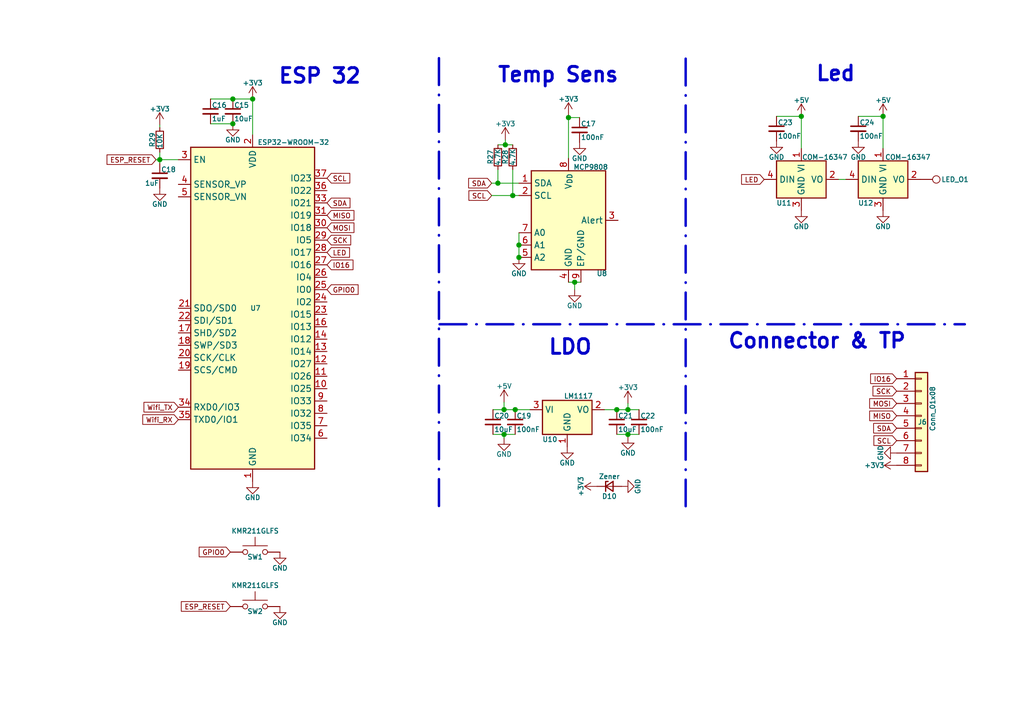
<source format=kicad_sch>
(kicad_sch (version 20230121) (generator eeschema)

  (uuid 646c5889-2220-4ef4-9af9-fcf4fed48dff)

  (paper "A5")

  (lib_symbols
    (symbol "Connector:TestPoint" (pin_numbers hide) (pin_names (offset 0.762) hide) (in_bom yes) (on_board yes)
      (property "Reference" "TP" (at 0 6.858 0)
        (effects (font (size 1.27 1.27)))
      )
      (property "Value" "TestPoint" (at 0 5.08 0)
        (effects (font (size 1.27 1.27)))
      )
      (property "Footprint" "" (at 5.08 0 0)
        (effects (font (size 1.27 1.27)) hide)
      )
      (property "Datasheet" "~" (at 5.08 0 0)
        (effects (font (size 1.27 1.27)) hide)
      )
      (property "ki_keywords" "test point tp" (at 0 0 0)
        (effects (font (size 1.27 1.27)) hide)
      )
      (property "ki_description" "test point" (at 0 0 0)
        (effects (font (size 1.27 1.27)) hide)
      )
      (property "ki_fp_filters" "Pin* Test*" (at 0 0 0)
        (effects (font (size 1.27 1.27)) hide)
      )
      (symbol "TestPoint_0_1"
        (circle (center 0 3.302) (radius 0.762)
          (stroke (width 0) (type default))
          (fill (type none))
        )
      )
      (symbol "TestPoint_1_1"
        (pin passive line (at 0 0 90) (length 2.54)
          (name "1" (effects (font (size 1.27 1.27))))
          (number "1" (effects (font (size 1.27 1.27))))
        )
      )
    )
    (symbol "Connector_Generic:Conn_01x08" (pin_names (offset 1.016) hide) (in_bom yes) (on_board yes)
      (property "Reference" "J" (at 0 10.16 0)
        (effects (font (size 1.27 1.27)))
      )
      (property "Value" "Conn_01x08" (at 0 -12.7 0)
        (effects (font (size 1.27 1.27)))
      )
      (property "Footprint" "" (at 0 0 0)
        (effects (font (size 1.27 1.27)) hide)
      )
      (property "Datasheet" "~" (at 0 0 0)
        (effects (font (size 1.27 1.27)) hide)
      )
      (property "ki_keywords" "connector" (at 0 0 0)
        (effects (font (size 1.27 1.27)) hide)
      )
      (property "ki_description" "Generic connector, single row, 01x08, script generated (kicad-library-utils/schlib/autogen/connector/)" (at 0 0 0)
        (effects (font (size 1.27 1.27)) hide)
      )
      (property "ki_fp_filters" "Connector*:*_1x??_*" (at 0 0 0)
        (effects (font (size 1.27 1.27)) hide)
      )
      (symbol "Conn_01x08_1_1"
        (rectangle (start -1.27 -10.033) (end 0 -10.287)
          (stroke (width 0.1524) (type default))
          (fill (type none))
        )
        (rectangle (start -1.27 -7.493) (end 0 -7.747)
          (stroke (width 0.1524) (type default))
          (fill (type none))
        )
        (rectangle (start -1.27 -4.953) (end 0 -5.207)
          (stroke (width 0.1524) (type default))
          (fill (type none))
        )
        (rectangle (start -1.27 -2.413) (end 0 -2.667)
          (stroke (width 0.1524) (type default))
          (fill (type none))
        )
        (rectangle (start -1.27 0.127) (end 0 -0.127)
          (stroke (width 0.1524) (type default))
          (fill (type none))
        )
        (rectangle (start -1.27 2.667) (end 0 2.413)
          (stroke (width 0.1524) (type default))
          (fill (type none))
        )
        (rectangle (start -1.27 5.207) (end 0 4.953)
          (stroke (width 0.1524) (type default))
          (fill (type none))
        )
        (rectangle (start -1.27 7.747) (end 0 7.493)
          (stroke (width 0.1524) (type default))
          (fill (type none))
        )
        (rectangle (start -1.27 8.89) (end 1.27 -11.43)
          (stroke (width 0.254) (type default))
          (fill (type background))
        )
        (pin passive line (at -5.08 7.62 0) (length 3.81)
          (name "Pin_1" (effects (font (size 1.27 1.27))))
          (number "1" (effects (font (size 1.27 1.27))))
        )
        (pin passive line (at -5.08 5.08 0) (length 3.81)
          (name "Pin_2" (effects (font (size 1.27 1.27))))
          (number "2" (effects (font (size 1.27 1.27))))
        )
        (pin passive line (at -5.08 2.54 0) (length 3.81)
          (name "Pin_3" (effects (font (size 1.27 1.27))))
          (number "3" (effects (font (size 1.27 1.27))))
        )
        (pin passive line (at -5.08 0 0) (length 3.81)
          (name "Pin_4" (effects (font (size 1.27 1.27))))
          (number "4" (effects (font (size 1.27 1.27))))
        )
        (pin passive line (at -5.08 -2.54 0) (length 3.81)
          (name "Pin_5" (effects (font (size 1.27 1.27))))
          (number "5" (effects (font (size 1.27 1.27))))
        )
        (pin passive line (at -5.08 -5.08 0) (length 3.81)
          (name "Pin_6" (effects (font (size 1.27 1.27))))
          (number "6" (effects (font (size 1.27 1.27))))
        )
        (pin passive line (at -5.08 -7.62 0) (length 3.81)
          (name "Pin_7" (effects (font (size 1.27 1.27))))
          (number "7" (effects (font (size 1.27 1.27))))
        )
        (pin passive line (at -5.08 -10.16 0) (length 3.81)
          (name "Pin_8" (effects (font (size 1.27 1.27))))
          (number "8" (effects (font (size 1.27 1.27))))
        )
      )
    )
    (symbol "Device:C_Small" (pin_numbers hide) (pin_names (offset 0.254) hide) (in_bom yes) (on_board yes)
      (property "Reference" "C" (at 0.254 1.778 0)
        (effects (font (size 1.27 1.27)) (justify left))
      )
      (property "Value" "C_Small" (at 0.254 -2.032 0)
        (effects (font (size 1.27 1.27)) (justify left))
      )
      (property "Footprint" "" (at 0 0 0)
        (effects (font (size 1.27 1.27)) hide)
      )
      (property "Datasheet" "~" (at 0 0 0)
        (effects (font (size 1.27 1.27)) hide)
      )
      (property "ki_keywords" "capacitor cap" (at 0 0 0)
        (effects (font (size 1.27 1.27)) hide)
      )
      (property "ki_description" "Unpolarized capacitor, small symbol" (at 0 0 0)
        (effects (font (size 1.27 1.27)) hide)
      )
      (property "ki_fp_filters" "C_*" (at 0 0 0)
        (effects (font (size 1.27 1.27)) hide)
      )
      (symbol "C_Small_0_1"
        (polyline
          (pts
            (xy -1.524 -0.508)
            (xy 1.524 -0.508)
          )
          (stroke (width 0.3302) (type default))
          (fill (type none))
        )
        (polyline
          (pts
            (xy -1.524 0.508)
            (xy 1.524 0.508)
          )
          (stroke (width 0.3048) (type default))
          (fill (type none))
        )
      )
      (symbol "C_Small_1_1"
        (pin passive line (at 0 2.54 270) (length 2.032)
          (name "~" (effects (font (size 1.27 1.27))))
          (number "1" (effects (font (size 1.27 1.27))))
        )
        (pin passive line (at 0 -2.54 90) (length 2.032)
          (name "~" (effects (font (size 1.27 1.27))))
          (number "2" (effects (font (size 1.27 1.27))))
        )
      )
    )
    (symbol "Device:D_Zener_Small" (pin_numbers hide) (pin_names (offset 0.254) hide) (in_bom yes) (on_board yes)
      (property "Reference" "D" (at 0 2.286 0)
        (effects (font (size 1.27 1.27)))
      )
      (property "Value" "D_Zener_Small" (at 0 -2.286 0)
        (effects (font (size 1.27 1.27)))
      )
      (property "Footprint" "" (at 0 0 90)
        (effects (font (size 1.27 1.27)) hide)
      )
      (property "Datasheet" "~" (at 0 0 90)
        (effects (font (size 1.27 1.27)) hide)
      )
      (property "ki_keywords" "diode" (at 0 0 0)
        (effects (font (size 1.27 1.27)) hide)
      )
      (property "ki_description" "Zener diode, small symbol" (at 0 0 0)
        (effects (font (size 1.27 1.27)) hide)
      )
      (property "ki_fp_filters" "TO-???* *_Diode_* *SingleDiode* D_*" (at 0 0 0)
        (effects (font (size 1.27 1.27)) hide)
      )
      (symbol "D_Zener_Small_0_1"
        (polyline
          (pts
            (xy 0.762 0)
            (xy -0.762 0)
          )
          (stroke (width 0) (type default))
          (fill (type none))
        )
        (polyline
          (pts
            (xy -0.254 1.016)
            (xy -0.762 1.016)
            (xy -0.762 -1.016)
          )
          (stroke (width 0.254) (type default))
          (fill (type none))
        )
        (polyline
          (pts
            (xy 0.762 1.016)
            (xy -0.762 0)
            (xy 0.762 -1.016)
            (xy 0.762 1.016)
          )
          (stroke (width 0.254) (type default))
          (fill (type none))
        )
      )
      (symbol "D_Zener_Small_1_1"
        (pin passive line (at -2.54 0 0) (length 1.778)
          (name "K" (effects (font (size 1.27 1.27))))
          (number "1" (effects (font (size 1.27 1.27))))
        )
        (pin passive line (at 2.54 0 180) (length 1.778)
          (name "A" (effects (font (size 1.27 1.27))))
          (number "2" (effects (font (size 1.27 1.27))))
        )
      )
    )
    (symbol "Device:R_Small" (pin_numbers hide) (pin_names (offset 0.254) hide) (in_bom yes) (on_board yes)
      (property "Reference" "R" (at 0.762 0.508 0)
        (effects (font (size 1.27 1.27)) (justify left))
      )
      (property "Value" "R_Small" (at 0.762 -1.016 0)
        (effects (font (size 1.27 1.27)) (justify left))
      )
      (property "Footprint" "" (at 0 0 0)
        (effects (font (size 1.27 1.27)) hide)
      )
      (property "Datasheet" "~" (at 0 0 0)
        (effects (font (size 1.27 1.27)) hide)
      )
      (property "ki_keywords" "R resistor" (at 0 0 0)
        (effects (font (size 1.27 1.27)) hide)
      )
      (property "ki_description" "Resistor, small symbol" (at 0 0 0)
        (effects (font (size 1.27 1.27)) hide)
      )
      (property "ki_fp_filters" "R_*" (at 0 0 0)
        (effects (font (size 1.27 1.27)) hide)
      )
      (symbol "R_Small_0_1"
        (rectangle (start -0.762 1.778) (end 0.762 -1.778)
          (stroke (width 0.2032) (type default))
          (fill (type none))
        )
      )
      (symbol "R_Small_1_1"
        (pin passive line (at 0 2.54 270) (length 0.762)
          (name "~" (effects (font (size 1.27 1.27))))
          (number "1" (effects (font (size 1.27 1.27))))
        )
        (pin passive line (at 0 -2.54 90) (length 0.762)
          (name "~" (effects (font (size 1.27 1.27))))
          (number "2" (effects (font (size 1.27 1.27))))
        )
      )
    )
    (symbol "LM1117MP-3.3_1" (in_bom yes) (on_board yes)
      (property "Reference" "U11" (at -3.556 -6.096 0)
        (effects (font (size 1 1)))
      )
      (property "Value" "WS2812B" (at 5.08 3.81 0)
        (effects (font (size 1 1)))
      )
      (property "Footprint" "" (at 0 0 0)
        (effects (font (size 1.27 1.27)) hide)
      )
      (property "Datasheet" "" (at 0 0 0)
        (effects (font (size 1.27 1.27)) hide)
      )
      (property "ki_keywords" "linear regulator ldo fixed positive" (at 0 0 0)
        (effects (font (size 1.27 1.27)) hide)
      )
      (property "ki_description" "800mA Low-Dropout Linear Regulator, 3.3V fixed output, SOT-223" (at 0 0 0)
        (effects (font (size 1.27 1.27)) hide)
      )
      (property "ki_fp_filters" "SOT?223*" (at 0 0 0)
        (effects (font (size 1.27 1.27)) hide)
      )
      (symbol "LM1117MP-3.3_1_0_1"
        (rectangle (start -5.08 2.54) (end 5.08 -5.08)
          (stroke (width 0.254) (type default))
          (fill (type background))
        )
      )
      (symbol "LM1117MP-3.3_1_1_1"
        (pin power_in line (at 0 5.08 270) (length 2.54)
          (name "VI" (effects (font (size 1.27 1.27))))
          (number "1" (effects (font (size 1.27 1.27))))
        )
        (pin power_out line (at 7.62 -1.27 180) (length 2.54)
          (name "VO" (effects (font (size 1.27 1.27))))
          (number "2" (effects (font (size 1.27 1.27))))
        )
        (pin power_in line (at 0 -7.62 90) (length 2.54)
          (name "GND" (effects (font (size 1.27 1.27))))
          (number "3" (effects (font (size 1.27 1.27))))
        )
        (pin power_out line (at -7.62 -1.27 0) (length 2.54)
          (name "DIN" (effects (font (size 1.27 1.27))))
          (number "4" (effects (font (size 1.27 1.27))))
        )
      )
    )
    (symbol "RF_Module:ESP32-WROOM-32" (in_bom yes) (on_board yes)
      (property "Reference" "U7" (at -0.508 0 0)
        (effects (font (size 1 1)) (justify left))
      )
      (property "Value" "ESP32-WROOM-32" (at 1.9559 33.782 0)
        (effects (font (size 1 1)) (justify left))
      )
      (property "Footprint" "RF_Module:ESP32-WROOM-32" (at 0 -38.1 0)
        (effects (font (size 1.27 1.27)) hide)
      )
      (property "Datasheet" "https://www.espressif.com/sites/default/files/documentation/esp32-wroom-32_datasheet_en.pdf" (at -46.99 6.35 0)
        (effects (font (size 1.27 1.27)) hide)
      )
      (property "ki_keywords" "RF Radio BT ESP ESP32 Espressif onboard PCB antenna" (at 0 0 0)
        (effects (font (size 1.27 1.27)) hide)
      )
      (property "ki_description" "RF Module, ESP32-D0WDQ6 SoC, Wi-Fi 802.11b/g/n, Bluetooth, BLE, 32-bit, 2.7-3.6V, onboard antenna, SMD" (at 0 0 0)
        (effects (font (size 1.27 1.27)) hide)
      )
      (property "ki_fp_filters" "ESP32?WROOM?32*" (at 0 0 0)
        (effects (font (size 1.27 1.27)) hide)
      )
      (symbol "ESP32-WROOM-32_0_1"
        (rectangle (start -12.7 33.02) (end 12.7 -33.02)
          (stroke (width 0.254) (type default))
          (fill (type background))
        )
      )
      (symbol "ESP32-WROOM-32_1_1"
        (pin power_in line (at 0 -35.56 90) (length 2.54)
          (name "GND" (effects (font (size 1.27 1.27))))
          (number "1" (effects (font (size 1.27 1.27))))
        )
        (pin bidirectional line (at 15.24 -16.51 180) (length 2.54)
          (name "IO25" (effects (font (size 1.27 1.27))))
          (number "10" (effects (font (size 1.27 1.27))))
        )
        (pin bidirectional line (at 15.24 -13.97 180) (length 2.54)
          (name "IO26" (effects (font (size 1.27 1.27))))
          (number "11" (effects (font (size 1.27 1.27))))
        )
        (pin bidirectional line (at 15.24 -11.43 180) (length 2.54)
          (name "IO27" (effects (font (size 1.27 1.27))))
          (number "12" (effects (font (size 1.27 1.27))))
        )
        (pin bidirectional line (at 15.24 -8.89 180) (length 2.54)
          (name "IO14" (effects (font (size 1.27 1.27))))
          (number "13" (effects (font (size 1.27 1.27))))
        )
        (pin bidirectional line (at 15.24 -6.35 180) (length 2.54)
          (name "IO12" (effects (font (size 1.27 1.27))))
          (number "14" (effects (font (size 1.27 1.27))))
        )
        (pin passive line (at 0 -35.56 90) (length 2.54) hide
          (name "GND" (effects (font (size 1.27 1.27))))
          (number "15" (effects (font (size 1.27 1.27))))
        )
        (pin bidirectional line (at 15.24 -3.81 180) (length 2.54)
          (name "IO13" (effects (font (size 1.27 1.27))))
          (number "16" (effects (font (size 1.27 1.27))))
        )
        (pin bidirectional line (at -15.24 -5.08 0) (length 2.54)
          (name "SHD/SD2" (effects (font (size 1.27 1.27))))
          (number "17" (effects (font (size 1.27 1.27))))
        )
        (pin bidirectional line (at -15.24 -7.62 0) (length 2.54)
          (name "SWP/SD3" (effects (font (size 1.27 1.27))))
          (number "18" (effects (font (size 1.27 1.27))))
        )
        (pin bidirectional line (at -15.24 -12.7 0) (length 2.54)
          (name "SCS/CMD" (effects (font (size 1.27 1.27))))
          (number "19" (effects (font (size 1.27 1.27))))
        )
        (pin power_in line (at 0 35.56 270) (length 2.54)
          (name "VDD" (effects (font (size 1.27 1.27))))
          (number "2" (effects (font (size 1.27 1.27))))
        )
        (pin bidirectional line (at -15.24 -10.16 0) (length 2.54)
          (name "SCK/CLK" (effects (font (size 1.27 1.27))))
          (number "20" (effects (font (size 1.27 1.27))))
        )
        (pin bidirectional line (at -15.24 0 0) (length 2.54)
          (name "SDO/SD0" (effects (font (size 1.27 1.27))))
          (number "21" (effects (font (size 1.27 1.27))))
        )
        (pin bidirectional line (at -15.24 -2.54 0) (length 2.54)
          (name "SDI/SD1" (effects (font (size 1.27 1.27))))
          (number "22" (effects (font (size 1.27 1.27))))
        )
        (pin bidirectional line (at 15.24 -1.27 180) (length 2.54)
          (name "IO15" (effects (font (size 1.27 1.27))))
          (number "23" (effects (font (size 1.27 1.27))))
        )
        (pin bidirectional line (at 15.24 1.27 180) (length 2.54)
          (name "IO2" (effects (font (size 1.27 1.27))))
          (number "24" (effects (font (size 1.27 1.27))))
        )
        (pin bidirectional line (at 15.24 3.81 180) (length 2.54)
          (name "IO0" (effects (font (size 1.27 1.27))))
          (number "25" (effects (font (size 1.27 1.27))))
        )
        (pin bidirectional line (at 15.24 6.35 180) (length 2.54)
          (name "IO4" (effects (font (size 1.27 1.27))))
          (number "26" (effects (font (size 1.27 1.27))))
        )
        (pin bidirectional line (at 15.24 8.89 180) (length 2.54)
          (name "IO16" (effects (font (size 1.27 1.27))))
          (number "27" (effects (font (size 1.27 1.27))))
        )
        (pin bidirectional line (at 15.24 11.43 180) (length 2.54)
          (name "IO17" (effects (font (size 1.27 1.27))))
          (number "28" (effects (font (size 1.27 1.27))))
        )
        (pin bidirectional line (at 15.24 13.97 180) (length 2.54)
          (name "IO5" (effects (font (size 1.27 1.27))))
          (number "29" (effects (font (size 1.27 1.27))))
        )
        (pin input line (at -15.24 30.48 0) (length 2.54)
          (name "EN" (effects (font (size 1.27 1.27))))
          (number "3" (effects (font (size 1.27 1.27))))
        )
        (pin bidirectional line (at 15.24 16.51 180) (length 2.54)
          (name "IO18" (effects (font (size 1.27 1.27))))
          (number "30" (effects (font (size 1.27 1.27))))
        )
        (pin bidirectional line (at 15.24 19.05 180) (length 2.54)
          (name "IO19" (effects (font (size 1.27 1.27))))
          (number "31" (effects (font (size 1.27 1.27))))
        )
        (pin no_connect line (at -12.7 -27.94 0) (length 2.54) hide
          (name "NC" (effects (font (size 1.27 1.27))))
          (number "32" (effects (font (size 1.27 1.27))))
        )
        (pin bidirectional line (at 15.24 21.59 180) (length 2.54)
          (name "IO21" (effects (font (size 1.27 1.27))))
          (number "33" (effects (font (size 1.27 1.27))))
        )
        (pin bidirectional line (at -15.24 -20.32 0) (length 2.54)
          (name "RXD0/IO3" (effects (font (size 1.27 1.27))))
          (number "34" (effects (font (size 1.27 1.27))))
        )
        (pin bidirectional line (at -15.24 -22.86 0) (length 2.54)
          (name "TXD0/IO1" (effects (font (size 1.27 1.27))))
          (number "35" (effects (font (size 1.27 1.27))))
        )
        (pin bidirectional line (at 15.24 24.13 180) (length 2.54)
          (name "IO22" (effects (font (size 1.27 1.27))))
          (number "36" (effects (font (size 1.27 1.27))))
        )
        (pin bidirectional line (at 15.24 26.67 180) (length 2.54)
          (name "IO23" (effects (font (size 1.27 1.27))))
          (number "37" (effects (font (size 1.27 1.27))))
        )
        (pin passive line (at 0 -35.56 90) (length 2.54) hide
          (name "GND" (effects (font (size 1.27 1.27))))
          (number "38" (effects (font (size 1.27 1.27))))
        )
        (pin passive line (at 0 -35.56 90) (length 2.54) hide
          (name "GND" (effects (font (size 1.27 1.27))))
          (number "39" (effects (font (size 1.27 1.27))))
        )
        (pin input line (at -15.24 25.4 0) (length 2.54)
          (name "SENSOR_VP" (effects (font (size 1.27 1.27))))
          (number "4" (effects (font (size 1.27 1.27))))
        )
        (pin input line (at -15.24 22.86 0) (length 2.54)
          (name "SENSOR_VN" (effects (font (size 1.27 1.27))))
          (number "5" (effects (font (size 1.27 1.27))))
        )
        (pin input line (at 15.24 -26.67 180) (length 2.54)
          (name "IO34" (effects (font (size 1.27 1.27))))
          (number "6" (effects (font (size 1.27 1.27))))
        )
        (pin input line (at 15.24 -24.13 180) (length 2.54)
          (name "IO35" (effects (font (size 1.27 1.27))))
          (number "7" (effects (font (size 1.27 1.27))))
        )
        (pin bidirectional line (at 15.24 -21.59 180) (length 2.54)
          (name "IO32" (effects (font (size 1.27 1.27))))
          (number "8" (effects (font (size 1.27 1.27))))
        )
        (pin bidirectional line (at 15.24 -19.05 180) (length 2.54)
          (name "IO33" (effects (font (size 1.27 1.27))))
          (number "9" (effects (font (size 1.27 1.27))))
        )
      )
    )
    (symbol "Regulator_Linear:LM1117MP-3.3" (in_bom yes) (on_board yes)
      (property "Reference" "U" (at -3.81 3.175 0)
        (effects (font (size 1.27 1.27)))
      )
      (property "Value" "LM1117MP-3.3" (at 0 3.175 0)
        (effects (font (size 1.27 1.27)) (justify left))
      )
      (property "Footprint" "Package_TO_SOT_SMD:SOT-223-3_TabPin2" (at 0 0 0)
        (effects (font (size 1.27 1.27)) hide)
      )
      (property "Datasheet" "http://www.ti.com/lit/ds/symlink/lm1117.pdf" (at 0 0 0)
        (effects (font (size 1.27 1.27)) hide)
      )
      (property "ki_keywords" "linear regulator ldo fixed positive" (at 0 0 0)
        (effects (font (size 1.27 1.27)) hide)
      )
      (property "ki_description" "800mA Low-Dropout Linear Regulator, 3.3V fixed output, SOT-223" (at 0 0 0)
        (effects (font (size 1.27 1.27)) hide)
      )
      (property "ki_fp_filters" "SOT?223*" (at 0 0 0)
        (effects (font (size 1.27 1.27)) hide)
      )
      (symbol "LM1117MP-3.3_0_1"
        (rectangle (start -5.08 -5.08) (end 5.08 1.905)
          (stroke (width 0.254) (type default))
          (fill (type background))
        )
      )
      (symbol "LM1117MP-3.3_1_1"
        (pin power_in line (at 0 -7.62 90) (length 2.54)
          (name "GND" (effects (font (size 1.27 1.27))))
          (number "1" (effects (font (size 1.27 1.27))))
        )
        (pin power_out line (at 7.62 0 180) (length 2.54)
          (name "VO" (effects (font (size 1.27 1.27))))
          (number "2" (effects (font (size 1.27 1.27))))
        )
        (pin power_in line (at -7.62 0 0) (length 2.54)
          (name "VI" (effects (font (size 1.27 1.27))))
          (number "3" (effects (font (size 1.27 1.27))))
        )
      )
    )
    (symbol "Sensor_Temperature:MCP9808_DFN" (in_bom yes) (on_board yes)
      (property "Reference" "U" (at -6.35 11.43 0)
        (effects (font (size 1.27 1.27)))
      )
      (property "Value" "MCP9808_DFN" (at 10.16 11.43 0)
        (effects (font (size 1.27 1.27)))
      )
      (property "Footprint" "Package_DFN_QFN:DFN-8-1EP_3x2mm_P0.5mm_EP1.7x1.4mm" (at 0 0 0)
        (effects (font (size 1.27 1.27)) hide)
      )
      (property "Datasheet" "http://ww1.microchip.com/downloads/en/DeviceDoc/MCP9808-0.5C-Maximum-Accuracy-Digital-Temperature-Sensor-Data-Sheet-DS20005095B.pdf" (at -6.35 11.43 0)
        (effects (font (size 1.27 1.27)) hide)
      )
      (property "ki_keywords" "temperature sensor I2C" (at 0 0 0)
        (effects (font (size 1.27 1.27)) hide)
      )
      (property "ki_description" "+/-0.25C (+/-0.5C) Typical (Maximum), Digital Temperature Sensor, DFN-8" (at 0 0 0)
        (effects (font (size 1.27 1.27)) hide)
      )
      (property "ki_fp_filters" "DFN*1EP*3x2mm*P0.5mm*" (at 0 0 0)
        (effects (font (size 1.27 1.27)) hide)
      )
      (symbol "MCP9808_DFN_0_1"
        (rectangle (start -7.62 10.16) (end 7.62 -10.16)
          (stroke (width 0.254) (type default))
          (fill (type background))
        )
      )
      (symbol "MCP9808_DFN_1_1"
        (pin bidirectional line (at -10.16 7.62 0) (length 2.54)
          (name "SDA" (effects (font (size 1.27 1.27))))
          (number "1" (effects (font (size 1.27 1.27))))
        )
        (pin input line (at -10.16 5.08 0) (length 2.54)
          (name "SCL" (effects (font (size 1.27 1.27))))
          (number "2" (effects (font (size 1.27 1.27))))
        )
        (pin output line (at 10.16 0 180) (length 2.54)
          (name "Alert" (effects (font (size 1.27 1.27))))
          (number "3" (effects (font (size 1.27 1.27))))
        )
        (pin power_in line (at 0 -12.7 90) (length 2.54)
          (name "GND" (effects (font (size 1.27 1.27))))
          (number "4" (effects (font (size 1.27 1.27))))
        )
        (pin input line (at -10.16 -7.62 0) (length 2.54)
          (name "A2" (effects (font (size 1.27 1.27))))
          (number "5" (effects (font (size 1.27 1.27))))
        )
        (pin input line (at -10.16 -5.08 0) (length 2.54)
          (name "A1" (effects (font (size 1.27 1.27))))
          (number "6" (effects (font (size 1.27 1.27))))
        )
        (pin input line (at -10.16 -2.54 0) (length 2.54)
          (name "A0" (effects (font (size 1.27 1.27))))
          (number "7" (effects (font (size 1.27 1.27))))
        )
        (pin power_in line (at 0 12.7 270) (length 2.54)
          (name "V_{DD}" (effects (font (size 1.27 1.27))))
          (number "8" (effects (font (size 1.27 1.27))))
        )
        (pin power_in line (at 2.54 -12.7 90) (length 2.54)
          (name "EP/GND" (effects (font (size 1.27 1.27))))
          (number "9" (effects (font (size 1.27 1.27))))
        )
      )
    )
    (symbol "Switch:SW_Push" (pin_numbers hide) (pin_names (offset 1.016) hide) (in_bom yes) (on_board yes)
      (property "Reference" "SW1" (at 0 7.366 0)
        (effects (font (size 1.27 1.27)))
      )
      (property "Value" "SW_Push" (at 0 4.826 0)
        (effects (font (size 1.27 1.27)))
      )
      (property "Footprint" "" (at 0 5.08 0)
        (effects (font (size 1.27 1.27)) hide)
      )
      (property "Datasheet" "~" (at 0 5.08 0)
        (effects (font (size 1.27 1.27)) hide)
      )
      (property "ki_keywords" "switch normally-open pushbutton push-button" (at 0 0 0)
        (effects (font (size 1.27 1.27)) hide)
      )
      (property "ki_description" "Push button switch, generic, two pins" (at 0 0 0)
        (effects (font (size 1.27 1.27)) hide)
      )
      (symbol "SW_Push_0_1"
        (circle (center -2.032 0) (radius 0.508)
          (stroke (width 0) (type default))
          (fill (type none))
        )
        (polyline
          (pts
            (xy 0 1.27)
            (xy 0 3.048)
          )
          (stroke (width 0) (type default))
          (fill (type none))
        )
        (polyline
          (pts
            (xy 2.54 1.27)
            (xy -2.54 1.27)
          )
          (stroke (width 0) (type default))
          (fill (type none))
        )
        (circle (center 2.032 0) (radius 0.508)
          (stroke (width 0) (type default))
          (fill (type none))
        )
        (pin passive line (at -5.08 0 0) (length 2.54)
          (name "1" (effects (font (size 1.27 1.27))))
          (number "1" (effects (font (size 1.27 1.27))))
        )
        (pin passive line (at 5.08 0 180) (length 2.54)
          (name "2" (effects (font (size 1.27 1.27))))
          (number "2" (effects (font (size 1.27 1.27))))
        )
      )
      (symbol "SW_Push_1_1"
        (pin passive line (at 5.08 0 180) (length 2.54)
          (name "3" (effects (font (size 1.27 1.27))))
          (number "3" (effects (font (size 1.27 1.27))))
        )
        (pin passive line (at -5.08 0 0) (length 2.54)
          (name "4" (effects (font (size 1.27 1.27))))
          (number "4" (effects (font (size 1.27 1.27))))
        )
      )
    )
    (symbol "power:+3V3" (power) (pin_names (offset 0)) (in_bom yes) (on_board yes)
      (property "Reference" "#PWR" (at 0 -3.81 0)
        (effects (font (size 1.27 1.27)) hide)
      )
      (property "Value" "+3V3" (at 0 3.556 0)
        (effects (font (size 1.27 1.27)))
      )
      (property "Footprint" "" (at 0 0 0)
        (effects (font (size 1.27 1.27)) hide)
      )
      (property "Datasheet" "" (at 0 0 0)
        (effects (font (size 1.27 1.27)) hide)
      )
      (property "ki_keywords" "global power" (at 0 0 0)
        (effects (font (size 1.27 1.27)) hide)
      )
      (property "ki_description" "Power symbol creates a global label with name \"+3V3\"" (at 0 0 0)
        (effects (font (size 1.27 1.27)) hide)
      )
      (symbol "+3V3_0_1"
        (polyline
          (pts
            (xy -0.762 1.27)
            (xy 0 2.54)
          )
          (stroke (width 0) (type default))
          (fill (type none))
        )
        (polyline
          (pts
            (xy 0 0)
            (xy 0 2.54)
          )
          (stroke (width 0) (type default))
          (fill (type none))
        )
        (polyline
          (pts
            (xy 0 2.54)
            (xy 0.762 1.27)
          )
          (stroke (width 0) (type default))
          (fill (type none))
        )
      )
      (symbol "+3V3_1_1"
        (pin power_in line (at 0 0 90) (length 0) hide
          (name "+3V3" (effects (font (size 1.27 1.27))))
          (number "1" (effects (font (size 1.27 1.27))))
        )
      )
    )
    (symbol "power:+5V" (power) (pin_names (offset 0)) (in_bom yes) (on_board yes)
      (property "Reference" "#PWR" (at 0 -3.81 0)
        (effects (font (size 1.27 1.27)) hide)
      )
      (property "Value" "+5V" (at 0 3.556 0)
        (effects (font (size 1.27 1.27)))
      )
      (property "Footprint" "" (at 0 0 0)
        (effects (font (size 1.27 1.27)) hide)
      )
      (property "Datasheet" "" (at 0 0 0)
        (effects (font (size 1.27 1.27)) hide)
      )
      (property "ki_keywords" "global power" (at 0 0 0)
        (effects (font (size 1.27 1.27)) hide)
      )
      (property "ki_description" "Power symbol creates a global label with name \"+5V\"" (at 0 0 0)
        (effects (font (size 1.27 1.27)) hide)
      )
      (symbol "+5V_0_1"
        (polyline
          (pts
            (xy -0.762 1.27)
            (xy 0 2.54)
          )
          (stroke (width 0) (type default))
          (fill (type none))
        )
        (polyline
          (pts
            (xy 0 0)
            (xy 0 2.54)
          )
          (stroke (width 0) (type default))
          (fill (type none))
        )
        (polyline
          (pts
            (xy 0 2.54)
            (xy 0.762 1.27)
          )
          (stroke (width 0) (type default))
          (fill (type none))
        )
      )
      (symbol "+5V_1_1"
        (pin power_in line (at 0 0 90) (length 0) hide
          (name "+5V" (effects (font (size 1.27 1.27))))
          (number "1" (effects (font (size 1.27 1.27))))
        )
      )
    )
    (symbol "power:GND" (power) (pin_names (offset 0)) (in_bom yes) (on_board yes)
      (property "Reference" "#PWR" (at 0 -6.35 0)
        (effects (font (size 1.27 1.27)) hide)
      )
      (property "Value" "GND" (at 0 -3.81 0)
        (effects (font (size 1.27 1.27)))
      )
      (property "Footprint" "" (at 0 0 0)
        (effects (font (size 1.27 1.27)) hide)
      )
      (property "Datasheet" "" (at 0 0 0)
        (effects (font (size 1.27 1.27)) hide)
      )
      (property "ki_keywords" "global power" (at 0 0 0)
        (effects (font (size 1.27 1.27)) hide)
      )
      (property "ki_description" "Power symbol creates a global label with name \"GND\" , ground" (at 0 0 0)
        (effects (font (size 1.27 1.27)) hide)
      )
      (symbol "GND_0_1"
        (polyline
          (pts
            (xy 0 0)
            (xy 0 -1.27)
            (xy 1.27 -1.27)
            (xy 0 -2.54)
            (xy -1.27 -1.27)
            (xy 0 -1.27)
          )
          (stroke (width 0) (type default))
          (fill (type none))
        )
      )
      (symbol "GND_1_1"
        (pin power_in line (at 0 0 270) (length 0) hide
          (name "GND" (effects (font (size 1.27 1.27))))
          (number "1" (effects (font (size 1.27 1.27))))
        )
      )
    )
  )

  (junction (at 47.752 20.32) (diameter 0) (color 0 0 0 0)
    (uuid 0e0a405a-dc5b-4c60-9178-3d8a6585c90e)
  )
  (junction (at 164.338 23.876) (diameter 0) (color 0 0 0 0)
    (uuid 38b19561-bf8e-40c7-a01d-eca83828b7d6)
  )
  (junction (at 102.108 37.592) (diameter 0) (color 0 0 0 0)
    (uuid 40191d3e-1be1-4c82-942a-2034e93898ed)
  )
  (junction (at 105.664 84.074) (diameter 0) (color 0 0 0 0)
    (uuid 458558db-4705-4d20-89f1-15e3b0e13ea4)
  )
  (junction (at 105.156 40.132) (diameter 0) (color 0 0 0 0)
    (uuid 52928472-9acc-4371-b201-57aaf06dd52e)
  )
  (junction (at 47.752 25.4) (diameter 0) (color 0 0 0 0)
    (uuid 569dc957-1120-4a8e-a050-79d46715ec4d)
  )
  (junction (at 181.102 23.876) (diameter 0) (color 0 0 0 0)
    (uuid 65aad40e-405d-42c8-b19e-ecf098da44c6)
  )
  (junction (at 51.816 20.32) (diameter 0) (color 0 0 0 0)
    (uuid 69fb4619-800e-4c92-8b63-ad9fdc3511a4)
  )
  (junction (at 128.778 84.074) (diameter 0) (color 0 0 0 0)
    (uuid 7d2f972f-6712-428d-a811-9ed30d9f5374)
  )
  (junction (at 103.632 29.718) (diameter 0) (color 0 0 0 0)
    (uuid 809afbc2-6f64-42d4-bb3b-d2fc49dfd8d5)
  )
  (junction (at 106.426 50.292) (diameter 0) (color 0 0 0 0)
    (uuid a25fbbe4-cf1a-402d-aae8-8f8f15bcf786)
  )
  (junction (at 117.856 57.912) (diameter 0) (color 0 0 0 0)
    (uuid b1dd1750-6244-4402-bc1b-9e638a180b5e)
  )
  (junction (at 103.378 89.154) (diameter 0) (color 0 0 0 0)
    (uuid b5c56e49-34ef-44f2-adcd-8aff45dcd6e0)
  )
  (junction (at 116.586 24.13) (diameter 0) (color 0 0 0 0)
    (uuid d2bcf254-1e72-43ed-a3f7-5b1c621ebf03)
  )
  (junction (at 126.492 84.074) (diameter 0) (color 0 0 0 0)
    (uuid e102b09c-275b-4194-af23-a1341012ff8d)
  )
  (junction (at 32.766 32.766) (diameter 0) (color 0 0 0 0)
    (uuid e370d1d1-fa4b-4abd-929d-92bcf8ef0b7e)
  )
  (junction (at 128.778 89.154) (diameter 0) (color 0 0 0 0)
    (uuid e3abcac9-9a3b-4581-b082-a11330983194)
  )
  (junction (at 103.378 84.074) (diameter 0) (color 0 0 0 0)
    (uuid eb2f8c79-1678-4652-accc-dd033b50f143)
  )
  (junction (at 106.426 52.832) (diameter 0) (color 0 0 0 0)
    (uuid f734fd5f-8ca4-45c3-9dfb-ddc1076f1021)
  )

  (wire (pts (xy 101.092 89.154) (xy 103.378 89.154))
    (stroke (width 0) (type default))
    (uuid 056e8f0f-1553-4c0b-a7b6-89625e9d2f9f)
  )
  (wire (pts (xy 102.108 34.798) (xy 102.108 37.592))
    (stroke (width 0) (type default))
    (uuid 08b747c5-6df4-422f-93c8-53b716fa3c0c)
  )
  (wire (pts (xy 103.378 89.154) (xy 105.664 89.154))
    (stroke (width 0) (type default))
    (uuid 0ec2f1f6-3f95-4fd0-94f5-fe943576729b)
  )
  (wire (pts (xy 103.378 84.074) (xy 105.664 84.074))
    (stroke (width 0) (type default))
    (uuid 0f17bc03-d5dc-4e1a-a612-eee4ffd695bd)
  )
  (polyline (pts (xy 90.17 66.548) (xy 197.866 66.548))
    (stroke (width 0.5) (type dash_dot))
    (uuid 1095aa5e-c516-4c6e-86b2-84b80bcbf5ed)
  )

  (wire (pts (xy 51.816 27.686) (xy 51.816 20.32))
    (stroke (width 0) (type default))
    (uuid 143192db-6702-4eed-87e6-527cb4343e06)
  )
  (wire (pts (xy 126.492 84.074) (xy 123.952 84.074))
    (stroke (width 0) (type default))
    (uuid 190e7e39-b610-4a7f-a2f1-97036b374787)
  )
  (wire (pts (xy 117.856 57.912) (xy 116.586 57.912))
    (stroke (width 0) (type default))
    (uuid 26797179-8534-42d0-b56d-a6c7f019d22f)
  )
  (wire (pts (xy 126.492 84.074) (xy 128.778 84.074))
    (stroke (width 0) (type default))
    (uuid 29f8d067-5a5c-4af1-bd6f-4ccd87f7157b)
  )
  (wire (pts (xy 100.838 40.132) (xy 105.156 40.132))
    (stroke (width 0) (type default))
    (uuid 2cb5e681-16db-4fcc-9ec7-d51eead6c837)
  )
  (wire (pts (xy 102.108 37.592) (xy 106.426 37.592))
    (stroke (width 0) (type default))
    (uuid 2cd75b25-ca51-4ffa-be60-320dad090c7d)
  )
  (wire (pts (xy 128.778 89.662) (xy 128.778 89.154))
    (stroke (width 0) (type default))
    (uuid 2d6b96a6-8082-4f1d-9ba2-ad8e8a998331)
  )
  (wire (pts (xy 117.856 57.912) (xy 119.126 57.912))
    (stroke (width 0) (type default))
    (uuid 3a1ad875-8a38-46c0-b185-6d8a735513e4)
  )
  (wire (pts (xy 117.856 59.436) (xy 117.856 57.912))
    (stroke (width 0) (type default))
    (uuid 3b0271e3-6539-4bb9-87e5-dfbd2cac1e11)
  )
  (wire (pts (xy 103.632 28.702) (xy 103.632 29.718))
    (stroke (width 0) (type default))
    (uuid 3f4e142d-2f91-46b9-9fff-b579dcf077fa)
  )
  (wire (pts (xy 102.108 29.718) (xy 103.632 29.718))
    (stroke (width 0) (type default))
    (uuid 44a336ec-ab3e-4233-9deb-2798933e87a2)
  )
  (wire (pts (xy 32.766 32.766) (xy 36.576 32.766))
    (stroke (width 0) (type default))
    (uuid 58254a04-73f8-434a-b3db-c4f45008601d)
  )
  (wire (pts (xy 128.778 89.154) (xy 126.492 89.154))
    (stroke (width 0) (type default))
    (uuid 5a5ec781-25e6-4332-9b7c-9733950adaa5)
  )
  (wire (pts (xy 131.064 89.154) (xy 128.778 89.154))
    (stroke (width 0) (type default))
    (uuid 5c74234c-3ec8-4ccf-bc22-1b005d987c64)
  )
  (wire (pts (xy 32.766 25.654) (xy 32.766 26.162))
    (stroke (width 0) (type default))
    (uuid 69423ebd-ebd7-44f5-90b7-06e10ef78fc7)
  )
  (wire (pts (xy 164.338 23.876) (xy 164.338 30.48))
    (stroke (width 0) (type default))
    (uuid 6b9adfcb-05db-47da-a5c3-dfb02017a9ce)
  )
  (wire (pts (xy 181.102 23.876) (xy 181.102 30.48))
    (stroke (width 0) (type default))
    (uuid 788ac353-cf5f-45dc-8ace-d4fa6118af69)
  )
  (wire (pts (xy 43.18 25.4) (xy 47.752 25.4))
    (stroke (width 0) (type default))
    (uuid 919a6ca3-bfcb-4869-a23d-597501e531ce)
  )
  (wire (pts (xy 116.586 23.622) (xy 116.586 24.13))
    (stroke (width 0) (type default))
    (uuid 924b3a47-f014-4e6b-9566-062d3072320e)
  )
  (wire (pts (xy 106.426 50.292) (xy 106.426 52.832))
    (stroke (width 0) (type default))
    (uuid 95a35069-8bb4-435a-8be2-009e9fd78852)
  )
  (wire (pts (xy 116.586 24.13) (xy 118.872 24.13))
    (stroke (width 0) (type default))
    (uuid 95e01bbf-bfa3-4118-88d1-5b204a0f8d31)
  )
  (wire (pts (xy 105.156 40.132) (xy 106.426 40.132))
    (stroke (width 0) (type default))
    (uuid 966c0d21-102d-42ee-ac8a-adc01fc53e45)
  )
  (wire (pts (xy 32.766 31.242) (xy 32.766 32.766))
    (stroke (width 0) (type default))
    (uuid 977e20ba-8e48-4915-810b-7f6c25f0eb1f)
  )
  (wire (pts (xy 100.838 37.592) (xy 102.108 37.592))
    (stroke (width 0) (type default))
    (uuid 9bf7fc10-cda5-4996-8876-98296e1a7e10)
  )
  (wire (pts (xy 103.378 89.916) (xy 103.378 89.154))
    (stroke (width 0) (type default))
    (uuid 9db580fd-bc22-4039-8c83-a12bc5dc3fb9)
  )
  (wire (pts (xy 106.426 47.752) (xy 106.426 50.292))
    (stroke (width 0) (type default))
    (uuid 9ea862e9-26ab-40fe-bb47-1fd6f7d1bdf8)
  )
  (wire (pts (xy 105.664 84.074) (xy 108.712 84.074))
    (stroke (width 0) (type default))
    (uuid a34617a2-b599-44cd-854e-b19a196b84cb)
  )
  (polyline (pts (xy 140.6217 12.0419) (xy 140.6217 103.886))
    (stroke (width 0.5) (type dash_dot))
    (uuid a9084992-08fd-4a03-873b-e01f15e7b9ac)
  )

  (wire (pts (xy 128.778 84.074) (xy 131.064 84.074))
    (stroke (width 0) (type default))
    (uuid badc2450-07f5-4319-bb40-6bee013f7e87)
  )
  (polyline (pts (xy 90.0217 103.9864) (xy 90.022 103.9864))
    (stroke (width 0) (type default))
    (uuid baee98a5-8ad4-440c-a217-7606d6232884)
  )

  (wire (pts (xy 176.022 23.876) (xy 181.102 23.876))
    (stroke (width 0) (type default))
    (uuid bdcc2e6a-6f78-4f01-a6ba-e9014ef3b916)
  )
  (wire (pts (xy 116.586 24.13) (xy 116.586 32.512))
    (stroke (width 0) (type default))
    (uuid bfac3a44-69b6-4a0e-852f-5f96ce52522c)
  )
  (wire (pts (xy 159.258 23.876) (xy 164.338 23.876))
    (stroke (width 0) (type default))
    (uuid c9179597-f688-42fa-9c27-c482109556bb)
  )
  (wire (pts (xy 105.156 34.798) (xy 105.156 40.132))
    (stroke (width 0) (type default))
    (uuid cbc95ef3-d488-482a-a50c-bb86b8815c64)
  )
  (wire (pts (xy 101.092 84.074) (xy 103.378 84.074))
    (stroke (width 0) (type default))
    (uuid d11ee950-3f12-41e8-8712-bceda41c8336)
  )
  (wire (pts (xy 32.004 32.766) (xy 32.766 32.766))
    (stroke (width 0) (type default))
    (uuid d23c78a6-d306-44ac-9ff5-728b6be4f77f)
  )
  (wire (pts (xy 103.378 82.55) (xy 103.378 84.074))
    (stroke (width 0) (type default))
    (uuid d4726148-4b1d-4fa9-b966-3fe2f1c1fc1c)
  )
  (wire (pts (xy 103.632 29.718) (xy 105.156 29.718))
    (stroke (width 0) (type default))
    (uuid d8f02050-d550-4879-a416-c20ae0a189d3)
  )
  (wire (pts (xy 51.816 20.32) (xy 47.752 20.32))
    (stroke (width 0) (type default))
    (uuid dd61cb89-d3cf-400b-92a7-d77f76419f68)
  )
  (wire (pts (xy 43.18 20.32) (xy 47.752 20.32))
    (stroke (width 0) (type default))
    (uuid e0170bc6-8fba-4db2-a77c-d56c315b52b3)
  )
  (polyline (pts (xy 90.022 11.9391) (xy 90.022 103.9864))
    (stroke (width 0.5) (type dash_dot))
    (uuid e126b2a6-a013-40d2-bfec-1d23d17c3d43)
  )

  (wire (pts (xy 128.778 82.804) (xy 128.778 84.074))
    (stroke (width 0) (type default))
    (uuid e3c6f686-8673-4f56-8a27-94553291ca93)
  )
  (wire (pts (xy 173.482 36.83) (xy 171.958 36.83))
    (stroke (width 0) (type default))
    (uuid f5f880b5-f446-4ea3-a8c8-611c3ee24052)
  )
  (wire (pts (xy 32.766 33.528) (xy 32.766 32.766))
    (stroke (width 0) (type default))
    (uuid f8fdbc31-2583-41fb-a903-1a7fb0cea13b)
  )

  (text "ESP 32" (at 56.896 17.526 0)
    (effects (font (size 3 3) bold) (justify left bottom))
    (uuid 4763242a-1cbd-4d1c-8a4f-575daed68f9a)
  )
  (text "Connector & TP" (at 149.098 71.882 0)
    (effects (font (size 3 3) bold) (justify left bottom))
    (uuid 6c280ae3-9c02-42c8-bfa9-73d12412ccf8)
  )
  (text "Led" (at 167.132 17.018 0)
    (effects (font (size 3 3) bold) (justify left bottom))
    (uuid 86deddca-11bb-4fa0-af51-0d0acada86e3)
  )
  (text "Temp Sens" (at 101.854 17.272 0)
    (effects (font (size 3 3) bold) (justify left bottom))
    (uuid 9bedbefb-9829-41c5-8871-8417efd15f7c)
  )
  (text "LDO" (at 112.268 73.152 0)
    (effects (font (size 3 3) bold) (justify left bottom))
    (uuid b9f04250-e985-49da-9df5-c132c0a91147)
  )

  (global_label "SCK" (shape input) (at 67.056 49.276 0) (fields_autoplaced)
    (effects (font (size 1 1)) (justify left))
    (uuid 01975b1e-d028-4761-a1ff-fc7af40cc31c)
    (property "Intersheetrefs" "${INTERSHEET_REFS}" (at 72.2963 49.276 0)
      (effects (font (size 1.27 1.27)) (justify left) hide)
    )
  )
  (global_label "SCK" (shape input) (at 183.896 80.264 180) (fields_autoplaced)
    (effects (font (size 1 1)) (justify right))
    (uuid 03f029a5-35f8-4acc-bc92-b730101a800f)
    (property "Intersheetrefs" "${INTERSHEET_REFS}" (at 178.6557 80.264 0)
      (effects (font (size 1.27 1.27)) (justify right) hide)
    )
  )
  (global_label "SDA" (shape input) (at 67.056 41.656 0) (fields_autoplaced)
    (effects (font (size 1 1)) (justify left))
    (uuid 0ac43dbf-77a2-4ef3-b714-0031a428fc6e)
    (property "Intersheetrefs" "${INTERSHEET_REFS}" (at 72.1534 41.656 0)
      (effects (font (size 1.27 1.27)) (justify left) hide)
    )
  )
  (global_label "SCL" (shape input) (at 100.838 40.132 180) (fields_autoplaced)
    (effects (font (size 1 1)) (justify right))
    (uuid 2410a87c-c08f-41f0-8aad-abae5bce897c)
    (property "Intersheetrefs" "${INTERSHEET_REFS}" (at 95.7882 40.132 0)
      (effects (font (size 1.27 1.27)) (justify right) hide)
    )
  )
  (global_label "SDA" (shape input) (at 100.838 37.592 180) (fields_autoplaced)
    (effects (font (size 1 1)) (justify right))
    (uuid 3046d49d-ce91-4335-a160-b6156ec0fad8)
    (property "Intersheetrefs" "${INTERSHEET_REFS}" (at 95.7406 37.592 0)
      (effects (font (size 1.27 1.27)) (justify right) hide)
    )
  )
  (global_label "SCL" (shape input) (at 67.056 36.576 0) (fields_autoplaced)
    (effects (font (size 1 1)) (justify left))
    (uuid 390a4ef3-e0d2-4bdd-9ea7-4a8a20ed42a9)
    (property "Intersheetrefs" "${INTERSHEET_REFS}" (at 72.1058 36.576 0)
      (effects (font (size 1.27 1.27)) (justify left) hide)
    )
  )
  (global_label "GPIO0" (shape input) (at 67.056 59.436 0) (fields_autoplaced)
    (effects (font (size 1 1)) (justify left))
    (uuid 4161de3a-d7ce-44be-831b-7ef5ae02fe80)
    (property "Intersheetrefs" "${INTERSHEET_REFS}" (at 73.8201 59.436 0)
      (effects (font (size 1.27 1.27)) (justify left) hide)
    )
  )
  (global_label "SDA" (shape input) (at 183.896 87.884 180) (fields_autoplaced)
    (effects (font (size 1 1)) (justify right))
    (uuid 41f2c48e-61df-4fb0-b0af-0a83abe7f488)
    (property "Intersheetrefs" "${INTERSHEET_REFS}" (at 178.7986 87.884 0)
      (effects (font (size 1.27 1.27)) (justify right) hide)
    )
  )
  (global_label "ESP_RESET" (shape input) (at 47.244 124.46 180) (fields_autoplaced)
    (effects (font (size 1 1)) (justify right))
    (uuid 430218fe-3417-4861-9344-ff41419607f4)
    (property "Intersheetrefs" "${INTERSHEET_REFS}" (at 36.8131 124.46 0)
      (effects (font (size 1.27 1.27)) (justify right) hide)
    )
  )
  (global_label "LED" (shape input) (at 156.718 36.83 180) (fields_autoplaced)
    (effects (font (size 1 1)) (justify right))
    (uuid 597fdba0-95d4-4682-97de-d8b09e111ef4)
    (property "Intersheetrefs" "${INTERSHEET_REFS}" (at 151.7158 36.83 0)
      (effects (font (size 1.27 1.27)) (justify right) hide)
    )
  )
  (global_label "IO16" (shape input) (at 183.896 77.724 180) (fields_autoplaced)
    (effects (font (size 1 1)) (justify right))
    (uuid 794f694c-7c43-4252-a0ee-74c4ae5bee52)
    (property "Intersheetrefs" "${INTERSHEET_REFS}" (at 178.1795 77.724 0)
      (effects (font (size 1.27 1.27)) (justify right) hide)
    )
  )
  (global_label "IO16" (shape input) (at 67.056 54.356 0) (fields_autoplaced)
    (effects (font (size 1 1)) (justify left))
    (uuid 85662947-5a2b-443c-b71d-bd95ff790d91)
    (property "Intersheetrefs" "${INTERSHEET_REFS}" (at 72.7725 54.356 0)
      (effects (font (size 1.27 1.27)) (justify left) hide)
    )
  )
  (global_label "Wifi_RX" (shape input) (at 36.576 86.106 180) (fields_autoplaced)
    (effects (font (size 1 1)) (justify right))
    (uuid 984e8644-fe5d-4bc6-bc59-fc3a8b47b9cb)
    (property "Intersheetrefs" "${INTERSHEET_REFS}" (at 28.9071 86.106 0)
      (effects (font (size 1.27 1.27)) (justify right) hide)
    )
  )
  (global_label "MISO" (shape input) (at 183.896 85.344 180) (fields_autoplaced)
    (effects (font (size 1 1)) (justify right))
    (uuid 9fab4ee8-44ae-4189-9776-6f3e67c60f4a)
    (property "Intersheetrefs" "${INTERSHEET_REFS}" (at 177.989 85.344 0)
      (effects (font (size 1.27 1.27)) (justify right) hide)
    )
  )
  (global_label "MISO" (shape input) (at 67.056 44.196 0) (fields_autoplaced)
    (effects (font (size 1 1)) (justify left))
    (uuid d06f6330-52cd-40b4-b303-ac6e53d848c5)
    (property "Intersheetrefs" "${INTERSHEET_REFS}" (at 72.963 44.196 0)
      (effects (font (size 1.27 1.27)) (justify left) hide)
    )
  )
  (global_label "LED" (shape input) (at 67.056 51.816 0) (fields_autoplaced)
    (effects (font (size 1 1)) (justify left))
    (uuid d3c5a663-a23c-4b09-8148-dd158fa7da54)
    (property "Intersheetrefs" "${INTERSHEET_REFS}" (at 72.0582 51.816 0)
      (effects (font (size 1.27 1.27)) (justify left) hide)
    )
  )
  (global_label "ESP_RESET" (shape input) (at 32.004 32.766 180) (fields_autoplaced)
    (effects (font (size 1 1)) (justify right))
    (uuid d4b567fb-5a7d-494c-9571-40eabcee53ae)
    (property "Intersheetrefs" "${INTERSHEET_REFS}" (at 21.5731 32.766 0)
      (effects (font (size 1.27 1.27)) (justify right) hide)
    )
  )
  (global_label "Wifi_TX" (shape input) (at 36.576 83.566 180) (fields_autoplaced)
    (effects (font (size 1 1)) (justify right))
    (uuid da24ca15-2171-48b8-8147-aca35e3ec8ae)
    (property "Intersheetrefs" "${INTERSHEET_REFS}" (at 29.1452 83.566 0)
      (effects (font (size 1.27 1.27)) (justify right) hide)
    )
  )
  (global_label "MOSI" (shape input) (at 67.056 46.736 0) (fields_autoplaced)
    (effects (font (size 1 1)) (justify left))
    (uuid da5aba29-82f9-45b8-b987-2bd16b5748a6)
    (property "Intersheetrefs" "${INTERSHEET_REFS}" (at 72.963 46.736 0)
      (effects (font (size 1.27 1.27)) (justify left) hide)
    )
  )
  (global_label "GPIO0" (shape input) (at 47.244 113.284 180) (fields_autoplaced)
    (effects (font (size 1 1)) (justify right))
    (uuid de0d0fbc-161e-49a0-8c24-ca7c70510bc4)
    (property "Intersheetrefs" "${INTERSHEET_REFS}" (at 40.4799 113.284 0)
      (effects (font (size 1.27 1.27)) (justify right) hide)
    )
  )
  (global_label "SCL" (shape input) (at 183.896 90.424 180) (fields_autoplaced)
    (effects (font (size 1 1)) (justify right))
    (uuid e1de5707-59f9-4723-ada3-17311411284b)
    (property "Intersheetrefs" "${INTERSHEET_REFS}" (at 178.8462 90.424 0)
      (effects (font (size 1.27 1.27)) (justify right) hide)
    )
  )
  (global_label "MOSI" (shape input) (at 183.896 82.804 180) (fields_autoplaced)
    (effects (font (size 1 1)) (justify right))
    (uuid e73c764d-7093-4dad-b970-c22816f2ef63)
    (property "Intersheetrefs" "${INTERSHEET_REFS}" (at 177.989 82.804 0)
      (effects (font (size 1.27 1.27)) (justify right) hide)
    )
  )

  (symbol (lib_id "power:GND") (at 32.766 38.608 0) (unit 1)
    (in_bom yes) (on_board yes) (dnp no)
    (uuid 01b053fa-59a7-4ac9-9d00-5ddbc0929408)
    (property "Reference" "#PWR050" (at 32.766 44.958 0)
      (effects (font (size 1.27 1.27)) hide)
    )
    (property "Value" "GND" (at 32.766 41.91 0)
      (effects (font (size 1 1)))
    )
    (property "Footprint" "" (at 32.766 38.608 0)
      (effects (font (size 1.27 1.27)) hide)
    )
    (property "Datasheet" "" (at 32.766 38.608 0)
      (effects (font (size 1.27 1.27)) hide)
    )
    (pin "1" (uuid 9b039842-c95d-4bdb-be11-de60073f95de))
    (instances
      (project "EV_Charger"
        (path "/65e4f495-1587-47cc-89e7-5f7f29c51acd/c7f5ad68-baf5-4da2-a4a9-58919ab7e2da"
          (reference "#PWR050") (unit 1)
        )
      )
    )
  )

  (symbol (lib_id "power:GND") (at 103.378 89.916 0) (unit 1)
    (in_bom yes) (on_board yes) (dnp no)
    (uuid 097c2be7-6bc0-4c4a-983d-785055a81156)
    (property "Reference" "#PWR052" (at 103.378 96.266 0)
      (effects (font (size 1.27 1.27)) hide)
    )
    (property "Value" "GND" (at 103.378 93.218 0)
      (effects (font (size 1 1)))
    )
    (property "Footprint" "" (at 103.378 89.916 0)
      (effects (font (size 1.27 1.27)) hide)
    )
    (property "Datasheet" "" (at 103.378 89.916 0)
      (effects (font (size 1.27 1.27)) hide)
    )
    (pin "1" (uuid 9581542a-367a-437e-9d4d-644751e00774))
    (instances
      (project "EV_Charger"
        (path "/65e4f495-1587-47cc-89e7-5f7f29c51acd/c7f5ad68-baf5-4da2-a4a9-58919ab7e2da"
          (reference "#PWR052") (unit 1)
        )
      )
    )
  )

  (symbol (lib_id "Device:C_Small") (at 176.022 26.416 0) (unit 1)
    (in_bom yes) (on_board yes) (dnp no)
    (uuid 12f2a43d-99d9-4ff1-9674-b2ca425c757a)
    (property "Reference" "C24" (at 176.276 25.146 0)
      (effects (font (size 1 1)) (justify left))
    )
    (property "Value" "100nF" (at 176.276 27.94 0)
      (effects (font (size 1 1)) (justify left))
    )
    (property "Footprint" "Capacitor_SMD:C_0402_1005Metric_Pad0.74x0.62mm_HandSolder" (at 176.022 26.416 0)
      (effects (font (size 1.27 1.27)) hide)
    )
    (property "Datasheet" "~" (at 176.022 26.416 0)
      (effects (font (size 1.27 1.27)) hide)
    )
    (pin "1" (uuid d060d328-6338-4c9e-9dfa-c39aae3e56f8))
    (pin "2" (uuid 3d9c2483-2756-4195-9536-61aff44023d8))
    (instances
      (project "EV_Charger"
        (path "/65e4f495-1587-47cc-89e7-5f7f29c51acd/c7f5ad68-baf5-4da2-a4a9-58919ab7e2da"
          (reference "C24") (unit 1)
        )
      )
    )
  )

  (symbol (lib_id "Regulator_Linear:LM1117MP-3.3") (at 116.332 84.074 0) (unit 1)
    (in_bom yes) (on_board yes) (dnp no)
    (uuid 23c68701-9005-4fef-803a-0556e1c5e4a0)
    (property "Reference" "U10" (at 112.776 90.17 0)
      (effects (font (size 1 1)))
    )
    (property "Value" "LM1117" (at 118.618 81.28 0)
      (effects (font (size 1 1)))
    )
    (property "Footprint" "Package_TO_SOT_SMD:SOT-223-3_TabPin2" (at 116.332 84.074 0)
      (effects (font (size 1.27 1.27)) hide)
    )
    (property "Datasheet" "http://www.ti.com/lit/ds/symlink/lm1117.pdf" (at 116.332 84.074 0)
      (effects (font (size 1.27 1.27)) hide)
    )
    (pin "1" (uuid 0cea53bc-b9a7-432c-92b2-07a730d75321))
    (pin "2" (uuid 3560bb22-3b8c-4014-b02d-da4416921d3e))
    (pin "3" (uuid c0dfe807-7c1a-4308-aed2-2d7eaad64b99))
    (instances
      (project "EV_Charger"
        (path "/65e4f495-1587-47cc-89e7-5f7f29c51acd/c7f5ad68-baf5-4da2-a4a9-58919ab7e2da"
          (reference "U10") (unit 1)
        )
      )
    )
  )

  (symbol (lib_id "Connector_Generic:Conn_01x08") (at 188.976 85.344 0) (unit 1)
    (in_bom yes) (on_board yes) (dnp no)
    (uuid 338bea36-851b-435d-bd47-966e0e2552fc)
    (property "Reference" "J6" (at 188.214 86.614 0)
      (effects (font (size 1 1)) (justify left))
    )
    (property "Value" "Conn_01x08" (at 191.262 88.519 90)
      (effects (font (size 1 1)) (justify left))
    )
    (property "Footprint" "Connector_JST:JST_SH_BM08B-SRSS-TB_1x08-1MP_P1.00mm_Vertical" (at 188.976 85.344 0)
      (effects (font (size 1.27 1.27)) hide)
    )
    (property "Datasheet" "~" (at 188.976 85.344 0)
      (effects (font (size 1.27 1.27)) hide)
    )
    (pin "1" (uuid 2830fa31-c531-47a6-9ced-3622c70eb50d))
    (pin "2" (uuid 472031bd-7a99-4b6b-9589-bdeacbf5844d))
    (pin "3" (uuid bf2b24ff-ae28-4ad5-a02b-5c747621ca58))
    (pin "4" (uuid 6f43ee03-6c10-4ae0-93e8-aeb00a27da3e))
    (pin "5" (uuid 89f98b6b-97b0-47db-a7bc-7b48d9cbf4cc))
    (pin "6" (uuid 2892b52e-c052-49b6-a348-03fd00d4a497))
    (pin "7" (uuid 76e0ff14-962d-4462-8ddd-ec8f845492ba))
    (pin "8" (uuid 20971d97-eb72-4574-8ded-72f78b52ffff))
    (instances
      (project "EV_Charger"
        (path "/65e4f495-1587-47cc-89e7-5f7f29c51acd/c7f5ad68-baf5-4da2-a4a9-58919ab7e2da"
          (reference "J6") (unit 1)
        )
      )
    )
  )

  (symbol (lib_id "RF_Module:ESP32-WROOM-32") (at 51.816 63.246 0) (unit 1)
    (in_bom yes) (on_board yes) (dnp no)
    (uuid 3a3c7468-cd94-431a-942d-10f3fddb0a9a)
    (property "Reference" "U7" (at 51.308 63.246 0)
      (effects (font (size 1 1)) (justify left))
    )
    (property "Value" "ESP32-WROOM-32" (at 52.832 29.21 0)
      (effects (font (size 1 1)) (justify left))
    )
    (property "Footprint" "RF_Module:ESP32-WROOM-32" (at 51.816 101.346 0)
      (effects (font (size 1.27 1.27)) hide)
    )
    (property "Datasheet" "https://www.espressif.com/sites/default/files/documentation/esp32-wroom-32_datasheet_en.pdf" (at 4.826 56.896 0)
      (effects (font (size 1.27 1.27)) hide)
    )
    (pin "1" (uuid 9d26a258-9288-423d-a6e0-c14b7cb5bbbb))
    (pin "10" (uuid 2ca4c975-816a-491a-8e05-d026c76ea6d2))
    (pin "11" (uuid 907fa22d-817d-4bb9-8cfc-c15d8e0c635a))
    (pin "12" (uuid 1315f6c5-7973-4171-8640-b8b34be71b0c))
    (pin "13" (uuid 967fc5dd-454f-42b4-97cb-5462f4c4e0ca))
    (pin "14" (uuid d5e66a90-8233-4744-9fe1-23e14be5eefb))
    (pin "15" (uuid 2d88a751-2571-4dcd-8d99-55ba2440ddeb))
    (pin "16" (uuid 44fcc64a-552a-4ea7-8eb4-ceb7c3cccb06))
    (pin "17" (uuid 9a0ad181-04a5-4aa9-b74c-2f8dd31aa508))
    (pin "18" (uuid 83e7e518-f76b-4f46-bfee-f6426f83ad81))
    (pin "19" (uuid ef7d781f-909c-47ca-8193-ef54c31d6e13))
    (pin "2" (uuid af10154f-2472-43cd-9038-6573b957c45c))
    (pin "20" (uuid 2141afc2-b942-4eab-81df-f3babc54f1af))
    (pin "21" (uuid 2fe3b4b2-693d-4998-b541-64a70f3b5618))
    (pin "22" (uuid f5e6f50d-3a1e-49fa-b42f-21cfb5e059ff))
    (pin "23" (uuid 7bdf9067-8113-4d3f-989b-6c90f21e6eea))
    (pin "24" (uuid 67b9f95f-80ce-4a6f-8354-93509cb8f1f4))
    (pin "25" (uuid 0abbf342-c359-42e7-b616-9a8f5e80b2c3))
    (pin "26" (uuid 4d314c79-5b5a-4678-a732-151226e77a81))
    (pin "27" (uuid 6faa23ed-b02d-4d02-bddf-79ba57172793))
    (pin "28" (uuid 3380d090-c73f-45b2-9731-840cc660d4a5))
    (pin "29" (uuid 25fae2f6-9ab9-4a22-bd48-950d48089062))
    (pin "3" (uuid 195ebc17-2ee8-41ea-8fd0-2c288612a999))
    (pin "30" (uuid 89699b1f-6217-4f75-bf2c-83793a263a7c))
    (pin "31" (uuid 0e9d25f7-8367-45a1-9408-0ba86583f336))
    (pin "32" (uuid 75d9892b-f244-4d30-a1d6-eaa45b685e39))
    (pin "33" (uuid b15685e0-2e77-41fc-9e61-9f895491c123))
    (pin "34" (uuid 4c84ce55-0d5f-42dc-ba68-bdd836805488))
    (pin "35" (uuid 05653782-014f-4d19-a449-99f0df3e739b))
    (pin "36" (uuid daf8a830-75e9-4706-b130-f36d8abc3dc1))
    (pin "37" (uuid 0608638b-5061-4b70-b5a1-4b893ba6f7fc))
    (pin "38" (uuid aa112810-164e-4303-a731-e01179672495))
    (pin "39" (uuid 9d7263ac-b72f-49b3-a939-ae2dba1aaf43))
    (pin "4" (uuid 10e1fce8-0e97-4215-8e3a-209a38af0da0))
    (pin "5" (uuid be1972d1-605a-4da0-85d8-dcea20867638))
    (pin "6" (uuid 811e4d51-6568-4076-8ff9-d8def06dd833))
    (pin "7" (uuid 4616f27e-f151-451f-9f99-b6698a99bc34))
    (pin "8" (uuid d27c4e1a-a015-43f3-b19c-0d7bee470720))
    (pin "9" (uuid e6218c52-7e6e-4937-91c4-f65577c3d8a6))
    (instances
      (project "EV_Charger"
        (path "/65e4f495-1587-47cc-89e7-5f7f29c51acd/c7f5ad68-baf5-4da2-a4a9-58919ab7e2da"
          (reference "U7") (unit 1)
        )
      )
    )
  )

  (symbol (lib_id "Device:R_Small") (at 32.766 28.702 0) (unit 1)
    (in_bom yes) (on_board yes) (dnp no)
    (uuid 4245d1d9-c20a-42ea-890b-675d5ba83a46)
    (property "Reference" "R29" (at 31.242 30.226 90)
      (effects (font (size 1 1)) (justify left))
    )
    (property "Value" "10K" (at 32.766 30.48 90)
      (effects (font (size 1 1)) (justify left))
    )
    (property "Footprint" "Resistor_SMD:R_0402_1005Metric_Pad0.72x0.64mm_HandSolder" (at 32.766 28.702 0)
      (effects (font (size 1.27 1.27)) hide)
    )
    (property "Datasheet" "~" (at 32.766 28.702 0)
      (effects (font (size 1.27 1.27)) hide)
    )
    (pin "1" (uuid 6c0af821-4d61-49b4-9a1f-c0b2268b7955))
    (pin "2" (uuid 5b1acfc9-0e73-4a59-b320-32ffd1149a8e))
    (instances
      (project "EV_Charger"
        (path "/65e4f495-1587-47cc-89e7-5f7f29c51acd/c7f5ad68-baf5-4da2-a4a9-58919ab7e2da"
          (reference "R29") (unit 1)
        )
      )
    )
  )

  (symbol (lib_name "LM1117MP-3.3_1") (lib_id "Regulator_Linear:LM1117MP-3.3") (at 164.338 35.56 0) (unit 1)
    (in_bom yes) (on_board yes) (dnp no)
    (uuid 48f51258-028d-4867-a256-3b6bec05710a)
    (property "Reference" "U11" (at 160.782 41.656 0)
      (effects (font (size 1 1)))
    )
    (property "Value" "COM-16347" (at 169.164 32.258 0)
      (effects (font (size 1 1)))
    )
    (property "Footprint" "LED:COM-16347" (at 164.338 35.56 0)
      (effects (font (size 1.27 1.27)) hide)
    )
    (property "Datasheet" "" (at 164.338 35.56 0)
      (effects (font (size 1.27 1.27)) hide)
    )
    (pin "1" (uuid da66d0b5-6374-4202-81c6-31c54c9bd5f0))
    (pin "2" (uuid dbff6931-4220-4eb3-9d0d-d507aea9c8f4))
    (pin "3" (uuid 2d16412c-ec2a-44ee-bd3c-0bed78e0759e))
    (pin "4" (uuid 54b5be8d-2db0-4a30-8906-595632373e0f))
    (instances
      (project "EV_Charger"
        (path "/65e4f495-1587-47cc-89e7-5f7f29c51acd/c7f5ad68-baf5-4da2-a4a9-58919ab7e2da"
          (reference "U11") (unit 1)
        )
      )
    )
  )

  (symbol (lib_id "power:GND") (at 128.778 89.662 0) (unit 1)
    (in_bom yes) (on_board yes) (dnp no)
    (uuid 525bb643-45ab-4878-94b0-f63c6536eb3a)
    (property "Reference" "#PWR054" (at 128.778 96.012 0)
      (effects (font (size 1.27 1.27)) hide)
    )
    (property "Value" "GND" (at 128.778 92.964 0)
      (effects (font (size 1 1)))
    )
    (property "Footprint" "" (at 128.778 89.662 0)
      (effects (font (size 1.27 1.27)) hide)
    )
    (property "Datasheet" "" (at 128.778 89.662 0)
      (effects (font (size 1.27 1.27)) hide)
    )
    (pin "1" (uuid 631080ff-d7f4-4b95-b1b6-c1e7ee8f1b6f))
    (instances
      (project "EV_Charger"
        (path "/65e4f495-1587-47cc-89e7-5f7f29c51acd/c7f5ad68-baf5-4da2-a4a9-58919ab7e2da"
          (reference "#PWR054") (unit 1)
        )
      )
    )
  )

  (symbol (lib_id "Switch:SW_Push") (at 52.324 113.284 0) (unit 1)
    (in_bom yes) (on_board yes) (dnp no)
    (uuid 529b1935-a5d0-4b62-851e-34d3a6f5ae6d)
    (property "Reference" "SW1" (at 52.324 114.3 0)
      (effects (font (size 1 1)))
    )
    (property "Value" "KMR211GLFS" (at 52.324 108.966 0)
      (effects (font (size 1 1)))
    )
    (property "Footprint" "Switch:Switch" (at 52.324 108.204 0)
      (effects (font (size 1.27 1.27)) hide)
    )
    (property "Datasheet" "~" (at 52.324 108.204 0)
      (effects (font (size 1.27 1.27)) hide)
    )
    (pin "1" (uuid 3d0510f1-bddc-41d1-8f02-cda8e266d121))
    (pin "2" (uuid c8de4c45-3ba7-4aa0-9d78-c0b96757a26f))
    (pin "3" (uuid 18124291-b7fc-46d6-ba70-8f3e9050e8c5))
    (pin "4" (uuid 251fc2cc-4b2b-4977-a023-328fa5a2b256))
    (instances
      (project "EV_Charger"
        (path "/65e4f495-1587-47cc-89e7-5f7f29c51acd/c7f5ad68-baf5-4da2-a4a9-58919ab7e2da"
          (reference "SW1") (unit 1)
        )
      )
    )
  )

  (symbol (lib_id "Device:C_Small") (at 131.064 86.614 0) (unit 1)
    (in_bom yes) (on_board yes) (dnp no)
    (uuid 53fb4d7f-1dc9-4af4-bfe8-f05c2bfa3be7)
    (property "Reference" "C22" (at 131.318 85.344 0)
      (effects (font (size 1 1)) (justify left))
    )
    (property "Value" "100nF" (at 131.318 88.138 0)
      (effects (font (size 1 1)) (justify left))
    )
    (property "Footprint" "Capacitor_SMD:C_0402_1005Metric_Pad0.74x0.62mm_HandSolder" (at 131.064 86.614 0)
      (effects (font (size 1.27 1.27)) hide)
    )
    (property "Datasheet" "~" (at 131.064 86.614 0)
      (effects (font (size 1.27 1.27)) hide)
    )
    (pin "1" (uuid 248e6786-5a8c-4b96-a0c8-d13426945abf))
    (pin "2" (uuid b8c67875-48cc-49b7-b0b5-bd8466fac965))
    (instances
      (project "EV_Charger"
        (path "/65e4f495-1587-47cc-89e7-5f7f29c51acd/c7f5ad68-baf5-4da2-a4a9-58919ab7e2da"
          (reference "C22") (unit 1)
        )
      )
    )
  )

  (symbol (lib_id "power:GND") (at 159.258 28.956 0) (unit 1)
    (in_bom yes) (on_board yes) (dnp no)
    (uuid 57a58831-d0cb-48ae-b67d-dfd96f6eb603)
    (property "Reference" "#PWR065" (at 159.258 35.306 0)
      (effects (font (size 1.27 1.27)) hide)
    )
    (property "Value" "GND" (at 159.258 32.258 0)
      (effects (font (size 1 1)))
    )
    (property "Footprint" "" (at 159.258 28.956 0)
      (effects (font (size 1.27 1.27)) hide)
    )
    (property "Datasheet" "" (at 159.258 28.956 0)
      (effects (font (size 1.27 1.27)) hide)
    )
    (pin "1" (uuid 63c1e21a-0738-4da5-8494-374dcaf2ece7))
    (instances
      (project "EV_Charger"
        (path "/65e4f495-1587-47cc-89e7-5f7f29c51acd/c7f5ad68-baf5-4da2-a4a9-58919ab7e2da"
          (reference "#PWR065") (unit 1)
        )
      )
    )
  )

  (symbol (lib_id "Device:C_Small") (at 126.492 86.614 0) (unit 1)
    (in_bom yes) (on_board yes) (dnp no)
    (uuid 598e2054-b1d1-4279-9f84-b72ada680553)
    (property "Reference" "C21" (at 126.746 85.344 0)
      (effects (font (size 1 1)) (justify left))
    )
    (property "Value" "10uF" (at 126.746 88.138 0)
      (effects (font (size 1 1)) (justify left))
    )
    (property "Footprint" "Capacitor_SMD:C_0805_2012Metric_Pad1.18x1.45mm_HandSolder" (at 126.492 86.614 0)
      (effects (font (size 1.27 1.27)) hide)
    )
    (property "Datasheet" "~" (at 126.492 86.614 0)
      (effects (font (size 1.27 1.27)) hide)
    )
    (pin "1" (uuid c2a72f52-a40a-4486-b170-902571dcca6e))
    (pin "2" (uuid 773bdf4d-8a95-4aed-b10b-959090f5bfb0))
    (instances
      (project "EV_Charger"
        (path "/65e4f495-1587-47cc-89e7-5f7f29c51acd/c7f5ad68-baf5-4da2-a4a9-58919ab7e2da"
          (reference "C21") (unit 1)
        )
      )
    )
  )

  (symbol (lib_id "Device:C_Small") (at 105.664 86.614 0) (unit 1)
    (in_bom yes) (on_board yes) (dnp no)
    (uuid 5efe80ec-a728-455b-8e14-aa819feb1110)
    (property "Reference" "C19" (at 105.918 85.344 0)
      (effects (font (size 1 1)) (justify left))
    )
    (property "Value" "100nF" (at 105.918 88.138 0)
      (effects (font (size 1 1)) (justify left))
    )
    (property "Footprint" "Capacitor_SMD:C_0402_1005Metric_Pad0.74x0.62mm_HandSolder" (at 105.664 86.614 0)
      (effects (font (size 1.27 1.27)) hide)
    )
    (property "Datasheet" "~" (at 105.664 86.614 0)
      (effects (font (size 1.27 1.27)) hide)
    )
    (pin "1" (uuid cfeaaf23-ac26-487e-8f1d-061e62082c2b))
    (pin "2" (uuid 9e5e61d9-5cb2-4358-abc2-29dadafb2ef6))
    (instances
      (project "EV_Charger"
        (path "/65e4f495-1587-47cc-89e7-5f7f29c51acd/c7f5ad68-baf5-4da2-a4a9-58919ab7e2da"
          (reference "C19") (unit 1)
        )
      )
    )
  )

  (symbol (lib_id "Device:C_Small") (at 159.258 26.416 0) (unit 1)
    (in_bom yes) (on_board yes) (dnp no)
    (uuid 64ea4ead-6062-470e-9de5-f22d6d809e79)
    (property "Reference" "C23" (at 159.512 25.146 0)
      (effects (font (size 1 1)) (justify left))
    )
    (property "Value" "100nF" (at 159.512 27.94 0)
      (effects (font (size 1 1)) (justify left))
    )
    (property "Footprint" "Capacitor_SMD:C_0402_1005Metric_Pad0.74x0.62mm_HandSolder" (at 159.258 26.416 0)
      (effects (font (size 1.27 1.27)) hide)
    )
    (property "Datasheet" "~" (at 159.258 26.416 0)
      (effects (font (size 1.27 1.27)) hide)
    )
    (pin "1" (uuid 00fe893e-6713-4987-a8f6-c24cdb69259b))
    (pin "2" (uuid 7b30c9fd-2cd3-4f90-aae1-9937cbac0b9b))
    (instances
      (project "EV_Charger"
        (path "/65e4f495-1587-47cc-89e7-5f7f29c51acd/c7f5ad68-baf5-4da2-a4a9-58919ab7e2da"
          (reference "C23") (unit 1)
        )
      )
    )
  )

  (symbol (lib_id "power:GND") (at 47.752 25.4 0) (unit 1)
    (in_bom yes) (on_board yes) (dnp no)
    (uuid 65465e6e-f981-4e78-a032-e401a0dbb7d9)
    (property "Reference" "#PWR043" (at 47.752 31.75 0)
      (effects (font (size 1.27 1.27)) hide)
    )
    (property "Value" "GND" (at 47.752 28.702 0)
      (effects (font (size 1 1)))
    )
    (property "Footprint" "" (at 47.752 25.4 0)
      (effects (font (size 1.27 1.27)) hide)
    )
    (property "Datasheet" "" (at 47.752 25.4 0)
      (effects (font (size 1.27 1.27)) hide)
    )
    (pin "1" (uuid 102518b8-7c27-4531-919d-33e9c5b3017f))
    (instances
      (project "EV_Charger"
        (path "/65e4f495-1587-47cc-89e7-5f7f29c51acd/c7f5ad68-baf5-4da2-a4a9-58919ab7e2da"
          (reference "#PWR043") (unit 1)
        )
      )
    )
  )

  (symbol (lib_id "power:+3V3") (at 32.766 25.654 0) (unit 1)
    (in_bom yes) (on_board yes) (dnp no)
    (uuid 660863ec-b1c9-4840-b9bd-b8c2e96aa20f)
    (property "Reference" "#PWR060" (at 32.766 29.464 0)
      (effects (font (size 1.27 1.27)) hide)
    )
    (property "Value" "+3V3" (at 32.766 22.352 0)
      (effects (font (size 1 1)))
    )
    (property "Footprint" "" (at 32.766 25.654 0)
      (effects (font (size 1.27 1.27)) hide)
    )
    (property "Datasheet" "" (at 32.766 25.654 0)
      (effects (font (size 1.27 1.27)) hide)
    )
    (pin "1" (uuid d56383fa-31b2-45ca-bc57-97e17c473adf))
    (instances
      (project "EV_Charger"
        (path "/65e4f495-1587-47cc-89e7-5f7f29c51acd/c7f5ad68-baf5-4da2-a4a9-58919ab7e2da"
          (reference "#PWR060") (unit 1)
        )
      )
    )
  )

  (symbol (lib_id "Device:R_Small") (at 105.156 32.258 0) (unit 1)
    (in_bom yes) (on_board yes) (dnp no)
    (uuid 67c98300-bd41-43d9-9cc0-a1fe161b0277)
    (property "Reference" "R28" (at 103.632 33.782 90)
      (effects (font (size 1 1)) (justify left))
    )
    (property "Value" "4.7K" (at 105.156 34.036 90)
      (effects (font (size 1 1)) (justify left))
    )
    (property "Footprint" "Resistor_SMD:R_0402_1005Metric_Pad0.72x0.64mm_HandSolder" (at 105.156 32.258 0)
      (effects (font (size 1.27 1.27)) hide)
    )
    (property "Datasheet" "~" (at 105.156 32.258 0)
      (effects (font (size 1.27 1.27)) hide)
    )
    (pin "1" (uuid a79f5988-47a4-47bb-b655-a77a0a0f898e))
    (pin "2" (uuid fac6278b-f9ba-4f41-a76a-6da3e7d49035))
    (instances
      (project "EV_Charger"
        (path "/65e4f495-1587-47cc-89e7-5f7f29c51acd/c7f5ad68-baf5-4da2-a4a9-58919ab7e2da"
          (reference "R28") (unit 1)
        )
      )
    )
  )

  (symbol (lib_id "power:+3V3") (at 51.816 20.32 0) (unit 1)
    (in_bom yes) (on_board yes) (dnp no)
    (uuid 6bf8b623-f295-46a0-a94c-74993d85708e)
    (property "Reference" "#PWR044" (at 51.816 24.13 0)
      (effects (font (size 1.27 1.27)) hide)
    )
    (property "Value" "+3V3" (at 51.816 17.018 0)
      (effects (font (size 1 1)))
    )
    (property "Footprint" "" (at 51.816 20.32 0)
      (effects (font (size 1.27 1.27)) hide)
    )
    (property "Datasheet" "" (at 51.816 20.32 0)
      (effects (font (size 1.27 1.27)) hide)
    )
    (pin "1" (uuid 5e000c16-255d-4a46-9c79-f67bebf18c54))
    (instances
      (project "EV_Charger"
        (path "/65e4f495-1587-47cc-89e7-5f7f29c51acd/c7f5ad68-baf5-4da2-a4a9-58919ab7e2da"
          (reference "#PWR044") (unit 1)
        )
      )
    )
  )

  (symbol (lib_id "power:+5V") (at 181.102 23.876 0) (unit 1)
    (in_bom yes) (on_board yes) (dnp no)
    (uuid 715d1ca6-592f-48c1-99cc-b8d92b756951)
    (property "Reference" "#PWR066" (at 181.102 27.686 0)
      (effects (font (size 1.27 1.27)) hide)
    )
    (property "Value" "+5V" (at 181.102 20.574 0)
      (effects (font (size 1 1)))
    )
    (property "Footprint" "" (at 181.102 23.876 0)
      (effects (font (size 1.27 1.27)) hide)
    )
    (property "Datasheet" "" (at 181.102 23.876 0)
      (effects (font (size 1.27 1.27)) hide)
    )
    (pin "1" (uuid bbac8105-dcc1-4df5-bfe4-554411f7639d))
    (instances
      (project "EV_Charger"
        (path "/65e4f495-1587-47cc-89e7-5f7f29c51acd/c7f5ad68-baf5-4da2-a4a9-58919ab7e2da"
          (reference "#PWR066") (unit 1)
        )
      )
    )
  )

  (symbol (lib_id "power:+3V3") (at 128.778 82.804 0) (unit 1)
    (in_bom yes) (on_board yes) (dnp no)
    (uuid 734a741e-b197-41ca-af93-7ccf72d76dca)
    (property "Reference" "#PWR055" (at 128.778 86.614 0)
      (effects (font (size 1.27 1.27)) hide)
    )
    (property "Value" "+3V3" (at 128.778 79.502 0)
      (effects (font (size 1 1)))
    )
    (property "Footprint" "" (at 128.778 82.804 0)
      (effects (font (size 1.27 1.27)) hide)
    )
    (property "Datasheet" "" (at 128.778 82.804 0)
      (effects (font (size 1.27 1.27)) hide)
    )
    (pin "1" (uuid 29704830-ed19-4021-a144-61c8e8cfd1ef))
    (instances
      (project "EV_Charger"
        (path "/65e4f495-1587-47cc-89e7-5f7f29c51acd/c7f5ad68-baf5-4da2-a4a9-58919ab7e2da"
          (reference "#PWR055") (unit 1)
        )
      )
    )
  )

  (symbol (lib_id "power:GND") (at 164.338 43.18 0) (unit 1)
    (in_bom yes) (on_board yes) (dnp no)
    (uuid 7d127088-370c-42c1-b864-8c8ee9678f79)
    (property "Reference" "#PWR063" (at 164.338 49.53 0)
      (effects (font (size 1.27 1.27)) hide)
    )
    (property "Value" "GND" (at 164.338 46.482 0)
      (effects (font (size 1 1)))
    )
    (property "Footprint" "" (at 164.338 43.18 0)
      (effects (font (size 1.27 1.27)) hide)
    )
    (property "Datasheet" "" (at 164.338 43.18 0)
      (effects (font (size 1.27 1.27)) hide)
    )
    (pin "1" (uuid 150ac600-2d27-4488-98e7-0beb0371ea6a))
    (instances
      (project "EV_Charger"
        (path "/65e4f495-1587-47cc-89e7-5f7f29c51acd/c7f5ad68-baf5-4da2-a4a9-58919ab7e2da"
          (reference "#PWR063") (unit 1)
        )
      )
    )
  )

  (symbol (lib_name "LM1117MP-3.3_1") (lib_id "Regulator_Linear:LM1117MP-3.3") (at 181.102 35.56 0) (unit 1)
    (in_bom yes) (on_board yes) (dnp no)
    (uuid 7dacc1f2-7fb1-4e54-8bcd-51c0e716904c)
    (property "Reference" "U12" (at 177.546 41.656 0)
      (effects (font (size 1 1)))
    )
    (property "Value" "COM-16347" (at 186.182 32.258 0)
      (effects (font (size 1 1)))
    )
    (property "Footprint" "LED:COM-16347" (at 181.102 35.56 0)
      (effects (font (size 1.27 1.27)) hide)
    )
    (property "Datasheet" "" (at 181.102 35.56 0)
      (effects (font (size 1.27 1.27)) hide)
    )
    (pin "1" (uuid 7c89a6de-1f49-47c7-8c85-41abd99ee773))
    (pin "2" (uuid 5758fccc-ceaf-4885-8666-90afb8b851a6))
    (pin "3" (uuid 0f2c7b8a-54fe-425e-b1e1-2827b59ad793))
    (pin "4" (uuid e99b3fc6-c800-41d8-bf6a-9b296d8ba3b0))
    (instances
      (project "EV_Charger"
        (path "/65e4f495-1587-47cc-89e7-5f7f29c51acd/c7f5ad68-baf5-4da2-a4a9-58919ab7e2da"
          (reference "U12") (unit 1)
        )
      )
    )
  )

  (symbol (lib_id "power:GND") (at 51.816 98.806 0) (unit 1)
    (in_bom yes) (on_board yes) (dnp no)
    (uuid 7ea2851e-f4f5-40a8-b4e6-b1d2688f34b4)
    (property "Reference" "#PWR042" (at 51.816 105.156 0)
      (effects (font (size 1.27 1.27)) hide)
    )
    (property "Value" "GND" (at 51.816 102.108 0)
      (effects (font (size 1 1)))
    )
    (property "Footprint" "" (at 51.816 98.806 0)
      (effects (font (size 1.27 1.27)) hide)
    )
    (property "Datasheet" "" (at 51.816 98.806 0)
      (effects (font (size 1.27 1.27)) hide)
    )
    (pin "1" (uuid 02d48c5f-dfac-4384-b6e7-5835a9d2050c))
    (instances
      (project "EV_Charger"
        (path "/65e4f495-1587-47cc-89e7-5f7f29c51acd/c7f5ad68-baf5-4da2-a4a9-58919ab7e2da"
          (reference "#PWR042") (unit 1)
        )
      )
    )
  )

  (symbol (lib_id "power:+3V3") (at 116.586 23.622 0) (unit 1)
    (in_bom yes) (on_board yes) (dnp no)
    (uuid 80670217-76c6-42ec-bb30-b8bdb0ffa639)
    (property "Reference" "#PWR046" (at 116.586 27.432 0)
      (effects (font (size 1.27 1.27)) hide)
    )
    (property "Value" "+3V3" (at 116.586 20.32 0)
      (effects (font (size 1 1)))
    )
    (property "Footprint" "" (at 116.586 23.622 0)
      (effects (font (size 1.27 1.27)) hide)
    )
    (property "Datasheet" "" (at 116.586 23.622 0)
      (effects (font (size 1.27 1.27)) hide)
    )
    (pin "1" (uuid 74b03b15-b49a-4fa6-9f2f-4f8e2d4de3c4))
    (instances
      (project "EV_Charger"
        (path "/65e4f495-1587-47cc-89e7-5f7f29c51acd/c7f5ad68-baf5-4da2-a4a9-58919ab7e2da"
          (reference "#PWR046") (unit 1)
        )
      )
    )
  )

  (symbol (lib_id "power:GND") (at 57.404 113.284 0) (unit 1)
    (in_bom yes) (on_board yes) (dnp no)
    (uuid 889439c5-06b2-4814-8a09-31172fd4b13e)
    (property "Reference" "#PWR058" (at 57.404 119.634 0)
      (effects (font (size 1.27 1.27)) hide)
    )
    (property "Value" "GND" (at 57.404 116.586 0)
      (effects (font (size 1 1)))
    )
    (property "Footprint" "" (at 57.404 113.284 0)
      (effects (font (size 1.27 1.27)) hide)
    )
    (property "Datasheet" "" (at 57.404 113.284 0)
      (effects (font (size 1.27 1.27)) hide)
    )
    (pin "1" (uuid 82cb1613-fdf1-4517-bef1-b68b71c1f7f5))
    (instances
      (project "EV_Charger"
        (path "/65e4f495-1587-47cc-89e7-5f7f29c51acd/c7f5ad68-baf5-4da2-a4a9-58919ab7e2da"
          (reference "#PWR058") (unit 1)
        )
      )
    )
  )

  (symbol (lib_id "power:GND") (at 176.022 28.956 0) (unit 1)
    (in_bom yes) (on_board yes) (dnp no)
    (uuid a052c80d-ee3c-47ce-aa75-a2a6cf1b050e)
    (property "Reference" "#PWR062" (at 176.022 35.306 0)
      (effects (font (size 1.27 1.27)) hide)
    )
    (property "Value" "GND" (at 176.022 32.258 0)
      (effects (font (size 1 1)))
    )
    (property "Footprint" "" (at 176.022 28.956 0)
      (effects (font (size 1.27 1.27)) hide)
    )
    (property "Datasheet" "" (at 176.022 28.956 0)
      (effects (font (size 1.27 1.27)) hide)
    )
    (pin "1" (uuid 1756d40f-bc18-4c4f-90f0-f3f7676b9d73))
    (instances
      (project "EV_Charger"
        (path "/65e4f495-1587-47cc-89e7-5f7f29c51acd/c7f5ad68-baf5-4da2-a4a9-58919ab7e2da"
          (reference "#PWR062") (unit 1)
        )
      )
    )
  )

  (symbol (lib_id "Device:C_Small") (at 47.752 22.86 0) (unit 1)
    (in_bom yes) (on_board yes) (dnp no)
    (uuid a37ca360-d086-4f53-8ab9-7e783985f0e3)
    (property "Reference" "C15" (at 48.006 21.59 0)
      (effects (font (size 1 1)) (justify left))
    )
    (property "Value" "10uF" (at 48.006 24.384 0)
      (effects (font (size 1 1)) (justify left))
    )
    (property "Footprint" "Capacitor_SMD:C_0402_1005Metric_Pad0.74x0.62mm_HandSolder" (at 47.752 22.86 0)
      (effects (font (size 1.27 1.27)) hide)
    )
    (property "Datasheet" "~" (at 47.752 22.86 0)
      (effects (font (size 1.27 1.27)) hide)
    )
    (pin "1" (uuid edf48563-9b6a-422d-8c1d-5a73cd60b738))
    (pin "2" (uuid a67936e7-f178-4718-aa46-686d0be71e11))
    (instances
      (project "EV_Charger"
        (path "/65e4f495-1587-47cc-89e7-5f7f29c51acd/c7f5ad68-baf5-4da2-a4a9-58919ab7e2da"
          (reference "C15") (unit 1)
        )
      )
    )
  )

  (symbol (lib_id "power:GND") (at 118.872 29.21 0) (unit 1)
    (in_bom yes) (on_board yes) (dnp no)
    (uuid a63200bc-e5aa-40a0-8fbe-65a23d70f191)
    (property "Reference" "#PWR048" (at 118.872 35.56 0)
      (effects (font (size 1.27 1.27)) hide)
    )
    (property "Value" "GND" (at 118.872 32.512 0)
      (effects (font (size 1 1)))
    )
    (property "Footprint" "" (at 118.872 29.21 0)
      (effects (font (size 1.27 1.27)) hide)
    )
    (property "Datasheet" "" (at 118.872 29.21 0)
      (effects (font (size 1.27 1.27)) hide)
    )
    (pin "1" (uuid 96a0e495-fdca-4931-a835-1b798071aae9))
    (instances
      (project "EV_Charger"
        (path "/65e4f495-1587-47cc-89e7-5f7f29c51acd/c7f5ad68-baf5-4da2-a4a9-58919ab7e2da"
          (reference "#PWR048") (unit 1)
        )
      )
    )
  )

  (symbol (lib_id "Device:C_Small") (at 118.872 26.67 0) (unit 1)
    (in_bom yes) (on_board yes) (dnp no)
    (uuid b2bb61a9-dd2a-491f-a281-af2d92e6a496)
    (property "Reference" "C17" (at 119.126 25.4 0)
      (effects (font (size 1 1)) (justify left))
    )
    (property "Value" "100nF" (at 119.126 28.194 0)
      (effects (font (size 1 1)) (justify left))
    )
    (property "Footprint" "Capacitor_SMD:C_0402_1005Metric_Pad0.74x0.62mm_HandSolder" (at 118.872 26.67 0)
      (effects (font (size 1.27 1.27)) hide)
    )
    (property "Datasheet" "~" (at 118.872 26.67 0)
      (effects (font (size 1.27 1.27)) hide)
    )
    (pin "1" (uuid a5ebf70f-ae0b-487b-a193-8e2c162220e9))
    (pin "2" (uuid 700f61c1-20c9-46e6-8d33-7ff8fe22fa7c))
    (instances
      (project "EV_Charger"
        (path "/65e4f495-1587-47cc-89e7-5f7f29c51acd/c7f5ad68-baf5-4da2-a4a9-58919ab7e2da"
          (reference "C17") (unit 1)
        )
      )
    )
  )

  (symbol (lib_id "Sensor_Temperature:MCP9808_DFN") (at 116.586 45.212 0) (unit 1)
    (in_bom yes) (on_board yes) (dnp no)
    (uuid b6c7d38a-90e6-41cb-9635-41d509d78732)
    (property "Reference" "U8" (at 123.444 56.134 0)
      (effects (font (size 1 1)))
    )
    (property "Value" "MCP9808" (at 121.158 34.29 0)
      (effects (font (size 1 1)))
    )
    (property "Footprint" "Package_DFN_QFN:DFN-8-1EP_3x2mm_P0.5mm_EP1.7x1.4mm" (at 116.586 45.212 0)
      (effects (font (size 1.27 1.27)) hide)
    )
    (property "Datasheet" "http://ww1.microchip.com/downloads/en/DeviceDoc/MCP9808-0.5C-Maximum-Accuracy-Digital-Temperature-Sensor-Data-Sheet-DS20005095B.pdf" (at 110.236 33.782 0)
      (effects (font (size 1.27 1.27)) hide)
    )
    (pin "1" (uuid 8d7d8b49-18be-445c-804a-f6884525690d))
    (pin "2" (uuid 58b46d8c-85ab-49cc-b122-d46e6d6fc6e6))
    (pin "3" (uuid 60283520-78d7-48e9-8899-c169ec0bd64b))
    (pin "4" (uuid 4bbe1df1-e65c-4b8c-9513-307ca4ba8091))
    (pin "5" (uuid 747c8dc6-7eb7-4402-aa3b-b682896dbb5c))
    (pin "6" (uuid ffeac86f-eab4-4ca5-bed4-88a101f4946a))
    (pin "7" (uuid 422a7353-1e9a-46e5-b7cb-b94dfd59bb50))
    (pin "8" (uuid b1d28db0-c646-42c6-b2c1-a3b1677e3ca0))
    (pin "9" (uuid 17a116e6-3e3b-4228-863d-2321aee1729e))
    (instances
      (project "EV_Charger"
        (path "/65e4f495-1587-47cc-89e7-5f7f29c51acd/c7f5ad68-baf5-4da2-a4a9-58919ab7e2da"
          (reference "U8") (unit 1)
        )
      )
    )
  )

  (symbol (lib_id "Switch:SW_Push") (at 52.324 124.46 0) (unit 1)
    (in_bom yes) (on_board yes) (dnp no)
    (uuid c48bf93d-4cdb-4642-8a8b-194614a172f5)
    (property "Reference" "SW2" (at 52.324 125.476 0)
      (effects (font (size 1 1)))
    )
    (property "Value" "KMR211GLFS" (at 52.324 120.142 0)
      (effects (font (size 1 1)))
    )
    (property "Footprint" "Switch:Switch" (at 52.324 119.38 0)
      (effects (font (size 1.27 1.27)) hide)
    )
    (property "Datasheet" "~" (at 52.324 119.38 0)
      (effects (font (size 1.27 1.27)) hide)
    )
    (pin "1" (uuid 70ffba3d-f77b-4bdc-b546-db272ec2398c))
    (pin "2" (uuid 4af3e744-cb81-4d0d-84a9-cf02ea2850a7))
    (pin "3" (uuid bd0fc35b-fb47-4b67-ad0d-00f206c31af7))
    (pin "4" (uuid 88332b21-d2ce-4157-9024-12830205990c))
    (instances
      (project "EV_Charger"
        (path "/65e4f495-1587-47cc-89e7-5f7f29c51acd/c7f5ad68-baf5-4da2-a4a9-58919ab7e2da"
          (reference "SW2") (unit 1)
        )
      )
    )
  )

  (symbol (lib_id "power:GND") (at 183.896 92.964 270) (unit 1)
    (in_bom yes) (on_board yes) (dnp no)
    (uuid c880afc1-bc41-416f-b7b9-2a15c7713e39)
    (property "Reference" "#PWR057" (at 177.546 92.964 0)
      (effects (font (size 1.27 1.27)) hide)
    )
    (property "Value" "GND" (at 180.594 92.964 0)
      (effects (font (size 1 1)))
    )
    (property "Footprint" "" (at 183.896 92.964 0)
      (effects (font (size 1.27 1.27)) hide)
    )
    (property "Datasheet" "" (at 183.896 92.964 0)
      (effects (font (size 1.27 1.27)) hide)
    )
    (pin "1" (uuid 8d1e60f6-825b-4fda-8928-baa9d904ac44))
    (instances
      (project "EV_Charger"
        (path "/65e4f495-1587-47cc-89e7-5f7f29c51acd/c7f5ad68-baf5-4da2-a4a9-58919ab7e2da"
          (reference "#PWR057") (unit 1)
        )
      )
    )
  )

  (symbol (lib_id "Device:C_Small") (at 43.18 22.86 0) (unit 1)
    (in_bom yes) (on_board yes) (dnp no)
    (uuid cb9b5f64-2f15-47fc-9f59-a91958e757f8)
    (property "Reference" "C16" (at 43.434 21.59 0)
      (effects (font (size 1 1)) (justify left))
    )
    (property "Value" "1uF" (at 43.434 24.384 0)
      (effects (font (size 1 1)) (justify left))
    )
    (property "Footprint" "Capacitor_SMD:C_0402_1005Metric_Pad0.74x0.62mm_HandSolder" (at 43.18 22.86 0)
      (effects (font (size 1.27 1.27)) hide)
    )
    (property "Datasheet" "~" (at 43.18 22.86 0)
      (effects (font (size 1.27 1.27)) hide)
    )
    (pin "1" (uuid 198f16c7-486d-40d1-88cf-79a268bfb892))
    (pin "2" (uuid 5ec28c08-47c2-4c84-8aee-3fe5c57a4f77))
    (instances
      (project "EV_Charger"
        (path "/65e4f495-1587-47cc-89e7-5f7f29c51acd/c7f5ad68-baf5-4da2-a4a9-58919ab7e2da"
          (reference "C16") (unit 1)
        )
      )
    )
  )

  (symbol (lib_id "power:GND") (at 117.856 59.436 0) (unit 1)
    (in_bom yes) (on_board yes) (dnp no)
    (uuid d4f7e174-c8ef-4fe7-a19b-1f4b1c036c76)
    (property "Reference" "#PWR047" (at 117.856 65.786 0)
      (effects (font (size 1.27 1.27)) hide)
    )
    (property "Value" "GND" (at 117.856 62.738 0)
      (effects (font (size 1 1)))
    )
    (property "Footprint" "" (at 117.856 59.436 0)
      (effects (font (size 1.27 1.27)) hide)
    )
    (property "Datasheet" "" (at 117.856 59.436 0)
      (effects (font (size 1.27 1.27)) hide)
    )
    (pin "1" (uuid abade5a6-ebd8-47ec-85d8-90d72b6433fe))
    (instances
      (project "EV_Charger"
        (path "/65e4f495-1587-47cc-89e7-5f7f29c51acd/c7f5ad68-baf5-4da2-a4a9-58919ab7e2da"
          (reference "#PWR047") (unit 1)
        )
      )
    )
  )

  (symbol (lib_id "power:GND") (at 181.102 43.18 0) (unit 1)
    (in_bom yes) (on_board yes) (dnp no)
    (uuid d505e318-b0ea-4ed0-9f96-73dc46f18954)
    (property "Reference" "#PWR064" (at 181.102 49.53 0)
      (effects (font (size 1.27 1.27)) hide)
    )
    (property "Value" "GND" (at 181.102 46.482 0)
      (effects (font (size 1 1)))
    )
    (property "Footprint" "" (at 181.102 43.18 0)
      (effects (font (size 1.27 1.27)) hide)
    )
    (property "Datasheet" "" (at 181.102 43.18 0)
      (effects (font (size 1.27 1.27)) hide)
    )
    (pin "1" (uuid dd8a89f5-6aae-4b72-87cb-acb40291fadc))
    (instances
      (project "EV_Charger"
        (path "/65e4f495-1587-47cc-89e7-5f7f29c51acd/c7f5ad68-baf5-4da2-a4a9-58919ab7e2da"
          (reference "#PWR064") (unit 1)
        )
      )
    )
  )

  (symbol (lib_id "Device:C_Small") (at 101.092 86.614 0) (unit 1)
    (in_bom yes) (on_board yes) (dnp no)
    (uuid d5513cea-421a-443a-86f7-628cb0c1642a)
    (property "Reference" "C20" (at 101.346 85.344 0)
      (effects (font (size 1 1)) (justify left))
    )
    (property "Value" "10uF" (at 101.346 88.138 0)
      (effects (font (size 1 1)) (justify left))
    )
    (property "Footprint" "Capacitor_SMD:C_0805_2012Metric_Pad1.18x1.45mm_HandSolder" (at 101.092 86.614 0)
      (effects (font (size 1.27 1.27)) hide)
    )
    (property "Datasheet" "~" (at 101.092 86.614 0)
      (effects (font (size 1.27 1.27)) hide)
    )
    (pin "1" (uuid 7e5525b6-af64-4464-914e-0f514388b7f2))
    (pin "2" (uuid e73d3719-afe9-483f-b209-7af89be836f8))
    (instances
      (project "EV_Charger"
        (path "/65e4f495-1587-47cc-89e7-5f7f29c51acd/c7f5ad68-baf5-4da2-a4a9-58919ab7e2da"
          (reference "C20") (unit 1)
        )
      )
    )
  )

  (symbol (lib_id "power:+3V3") (at 183.896 95.504 90) (unit 1)
    (in_bom yes) (on_board yes) (dnp no)
    (uuid d6054858-445b-40ee-bae1-a3d830d77c94)
    (property "Reference" "#PWR056" (at 187.706 95.504 0)
      (effects (font (size 1.27 1.27)) hide)
    )
    (property "Value" "+3V3" (at 179.324 95.504 90)
      (effects (font (size 1 1)))
    )
    (property "Footprint" "" (at 183.896 95.504 0)
      (effects (font (size 1.27 1.27)) hide)
    )
    (property "Datasheet" "" (at 183.896 95.504 0)
      (effects (font (size 1.27 1.27)) hide)
    )
    (pin "1" (uuid c184b41f-1608-4f62-9721-0184f06d5fe8))
    (instances
      (project "EV_Charger"
        (path "/65e4f495-1587-47cc-89e7-5f7f29c51acd/c7f5ad68-baf5-4da2-a4a9-58919ab7e2da"
          (reference "#PWR056") (unit 1)
        )
      )
    )
  )

  (symbol (lib_id "power:+3V3") (at 122.428 99.822 90) (unit 1)
    (in_bom yes) (on_board yes) (dnp no)
    (uuid d83a1c56-681a-4b32-8f63-b9c81328cc14)
    (property "Reference" "#PWR079" (at 126.238 99.822 0)
      (effects (font (size 1.27 1.27)) hide)
    )
    (property "Value" "+3V3" (at 119.126 99.822 0)
      (effects (font (size 1 1)))
    )
    (property "Footprint" "" (at 122.428 99.822 0)
      (effects (font (size 1.27 1.27)) hide)
    )
    (property "Datasheet" "" (at 122.428 99.822 0)
      (effects (font (size 1.27 1.27)) hide)
    )
    (pin "1" (uuid faa3c3fc-49a2-4632-a0d1-689b947f7111))
    (instances
      (project "EV_Charger"
        (path "/65e4f495-1587-47cc-89e7-5f7f29c51acd/c7f5ad68-baf5-4da2-a4a9-58919ab7e2da"
          (reference "#PWR079") (unit 1)
        )
      )
    )
  )

  (symbol (lib_id "Device:D_Zener_Small") (at 124.968 99.822 0) (unit 1)
    (in_bom yes) (on_board yes) (dnp no)
    (uuid d93f9f2e-743a-4a2f-971d-2b8ef3cc591f)
    (property "Reference" "D10" (at 124.968 101.854 0)
      (effects (font (size 1 1)))
    )
    (property "Value" "Zener" (at 124.968 97.79 0)
      (effects (font (size 1 1)))
    )
    (property "Footprint" "Zenner:LL-34_L3.5-W1.5-RD" (at 124.968 99.822 90)
      (effects (font (size 1.27 1.27)) hide)
    )
    (property "Datasheet" "~" (at 124.968 99.822 90)
      (effects (font (size 1.27 1.27)) hide)
    )
    (pin "1" (uuid 830f9647-f2aa-441e-96de-01b10ec31d66))
    (pin "2" (uuid 6ae4b0a9-d9f2-4c02-9f3e-40d25c879a67))
    (instances
      (project "EV_Charger"
        (path "/65e4f495-1587-47cc-89e7-5f7f29c51acd/c7f5ad68-baf5-4da2-a4a9-58919ab7e2da"
          (reference "D10") (unit 1)
        )
      )
    )
  )

  (symbol (lib_id "power:GND") (at 106.426 52.832 0) (unit 1)
    (in_bom yes) (on_board yes) (dnp no)
    (uuid dae83add-f969-4170-a1ce-d592a391a132)
    (property "Reference" "#PWR049" (at 106.426 59.182 0)
      (effects (font (size 1.27 1.27)) hide)
    )
    (property "Value" "GND" (at 106.426 56.134 0)
      (effects (font (size 1 1)))
    )
    (property "Footprint" "" (at 106.426 52.832 0)
      (effects (font (size 1.27 1.27)) hide)
    )
    (property "Datasheet" "" (at 106.426 52.832 0)
      (effects (font (size 1.27 1.27)) hide)
    )
    (pin "1" (uuid ffdc17da-5af4-49cc-886e-ab72943bec0d))
    (instances
      (project "EV_Charger"
        (path "/65e4f495-1587-47cc-89e7-5f7f29c51acd/c7f5ad68-baf5-4da2-a4a9-58919ab7e2da"
          (reference "#PWR049") (unit 1)
        )
      )
    )
  )

  (symbol (lib_id "Connector:TestPoint") (at 188.722 36.83 270) (unit 1)
    (in_bom yes) (on_board yes) (dnp no)
    (uuid dafd3aed-03fd-4fab-8402-ba559184b7a1)
    (property "Reference" "LED_O1" (at 193.04 36.83 90)
      (effects (font (size 1 1)) (justify left))
    )
    (property "Value" "LED_O" (at 187.325 38.1 90)
      (effects (font (size 1 1)) (justify left) hide)
    )
    (property "Footprint" "TestPoint:TestPoint_Pad_D1.5mm" (at 188.722 41.91 0)
      (effects (font (size 1.27 1.27)) hide)
    )
    (property "Datasheet" "~" (at 188.722 41.91 0)
      (effects (font (size 1.27 1.27)) hide)
    )
    (pin "1" (uuid f097c273-44da-41e9-a906-f49bf8577931))
    (instances
      (project "EV_Charger"
        (path "/65e4f495-1587-47cc-89e7-5f7f29c51acd/c7f5ad68-baf5-4da2-a4a9-58919ab7e2da"
          (reference "LED_O1") (unit 1)
        )
      )
    )
  )

  (symbol (lib_id "power:+5V") (at 103.378 82.55 0) (unit 1)
    (in_bom yes) (on_board yes) (dnp no)
    (uuid db7030fa-bc75-4aa9-a96c-c15abbc4f21d)
    (property "Reference" "#PWR051" (at 103.378 86.36 0)
      (effects (font (size 1.27 1.27)) hide)
    )
    (property "Value" "+5V" (at 103.378 79.248 0)
      (effects (font (size 1 1)))
    )
    (property "Footprint" "" (at 103.378 82.55 0)
      (effects (font (size 1.27 1.27)) hide)
    )
    (property "Datasheet" "" (at 103.378 82.55 0)
      (effects (font (size 1.27 1.27)) hide)
    )
    (pin "1" (uuid ef38f310-3bb2-472a-a96b-2b13a44de8bc))
    (instances
      (project "EV_Charger"
        (path "/65e4f495-1587-47cc-89e7-5f7f29c51acd/c7f5ad68-baf5-4da2-a4a9-58919ab7e2da"
          (reference "#PWR051") (unit 1)
        )
      )
    )
  )

  (symbol (lib_id "power:+5V") (at 164.338 23.876 0) (unit 1)
    (in_bom yes) (on_board yes) (dnp no)
    (uuid df68eed7-86a3-485a-ac4c-0adde06a0226)
    (property "Reference" "#PWR061" (at 164.338 27.686 0)
      (effects (font (size 1.27 1.27)) hide)
    )
    (property "Value" "+5V" (at 164.338 20.574 0)
      (effects (font (size 1 1)))
    )
    (property "Footprint" "" (at 164.338 23.876 0)
      (effects (font (size 1.27 1.27)) hide)
    )
    (property "Datasheet" "" (at 164.338 23.876 0)
      (effects (font (size 1.27 1.27)) hide)
    )
    (pin "1" (uuid ac8cb881-da22-46a0-86b9-d76d83d3ed79))
    (instances
      (project "EV_Charger"
        (path "/65e4f495-1587-47cc-89e7-5f7f29c51acd/c7f5ad68-baf5-4da2-a4a9-58919ab7e2da"
          (reference "#PWR061") (unit 1)
        )
      )
    )
  )

  (symbol (lib_id "Device:R_Small") (at 102.108 32.258 0) (unit 1)
    (in_bom yes) (on_board yes) (dnp no)
    (uuid e5d12eca-4c36-4283-a20e-9350c0b10198)
    (property "Reference" "R27" (at 100.584 33.782 90)
      (effects (font (size 1 1)) (justify left))
    )
    (property "Value" "4.7K" (at 102.108 34.036 90)
      (effects (font (size 1 1)) (justify left))
    )
    (property "Footprint" "Resistor_SMD:R_0402_1005Metric_Pad0.72x0.64mm_HandSolder" (at 102.108 32.258 0)
      (effects (font (size 1.27 1.27)) hide)
    )
    (property "Datasheet" "~" (at 102.108 32.258 0)
      (effects (font (size 1.27 1.27)) hide)
    )
    (pin "1" (uuid c4c9ee0a-3135-4b96-b4a4-bbd3349d1863))
    (pin "2" (uuid 7a6f70e2-dfbc-4358-b7aa-63a3162c65a0))
    (instances
      (project "EV_Charger"
        (path "/65e4f495-1587-47cc-89e7-5f7f29c51acd/c7f5ad68-baf5-4da2-a4a9-58919ab7e2da"
          (reference "R27") (unit 1)
        )
      )
    )
  )

  (symbol (lib_id "power:+3V3") (at 103.632 28.702 0) (unit 1)
    (in_bom yes) (on_board yes) (dnp no)
    (uuid eb45065e-b125-4ad0-ae37-089838b9f717)
    (property "Reference" "#PWR045" (at 103.632 32.512 0)
      (effects (font (size 1.27 1.27)) hide)
    )
    (property "Value" "+3V3" (at 103.632 25.4 0)
      (effects (font (size 1 1)))
    )
    (property "Footprint" "" (at 103.632 28.702 0)
      (effects (font (size 1.27 1.27)) hide)
    )
    (property "Datasheet" "" (at 103.632 28.702 0)
      (effects (font (size 1.27 1.27)) hide)
    )
    (pin "1" (uuid 6b4b1fc8-64d4-464a-9926-0a94a1e24bf7))
    (instances
      (project "EV_Charger"
        (path "/65e4f495-1587-47cc-89e7-5f7f29c51acd/c7f5ad68-baf5-4da2-a4a9-58919ab7e2da"
          (reference "#PWR045") (unit 1)
        )
      )
    )
  )

  (symbol (lib_id "Device:C_Small") (at 32.766 36.068 0) (unit 1)
    (in_bom yes) (on_board yes) (dnp no)
    (uuid ebddc841-5118-4bb4-870d-a47c742a22dd)
    (property "Reference" "C18" (at 33.02 34.798 0)
      (effects (font (size 1 1)) (justify left))
    )
    (property "Value" "1uF" (at 29.718 37.592 0)
      (effects (font (size 1 1)) (justify left))
    )
    (property "Footprint" "Capacitor_SMD:C_0402_1005Metric_Pad0.74x0.62mm_HandSolder" (at 32.766 36.068 0)
      (effects (font (size 1.27 1.27)) hide)
    )
    (property "Datasheet" "~" (at 32.766 36.068 0)
      (effects (font (size 1.27 1.27)) hide)
    )
    (pin "1" (uuid e6948704-bf75-4d6d-a455-bab3496126e3))
    (pin "2" (uuid 0cfafcee-6c04-49bc-8131-515c3963ca84))
    (instances
      (project "EV_Charger"
        (path "/65e4f495-1587-47cc-89e7-5f7f29c51acd/c7f5ad68-baf5-4da2-a4a9-58919ab7e2da"
          (reference "C18") (unit 1)
        )
      )
    )
  )

  (symbol (lib_id "power:GND") (at 116.332 91.694 0) (unit 1)
    (in_bom yes) (on_board yes) (dnp no)
    (uuid fa285b10-d442-423a-84f2-82ff9b9260cf)
    (property "Reference" "#PWR053" (at 116.332 98.044 0)
      (effects (font (size 1.27 1.27)) hide)
    )
    (property "Value" "GND" (at 116.332 94.996 0)
      (effects (font (size 1 1)))
    )
    (property "Footprint" "" (at 116.332 91.694 0)
      (effects (font (size 1.27 1.27)) hide)
    )
    (property "Datasheet" "" (at 116.332 91.694 0)
      (effects (font (size 1.27 1.27)) hide)
    )
    (pin "1" (uuid adf5045f-dfe4-4547-8f05-3e0cd5e91202))
    (instances
      (project "EV_Charger"
        (path "/65e4f495-1587-47cc-89e7-5f7f29c51acd/c7f5ad68-baf5-4da2-a4a9-58919ab7e2da"
          (reference "#PWR053") (unit 1)
        )
      )
    )
  )

  (symbol (lib_id "power:GND") (at 127.508 99.822 90) (unit 1)
    (in_bom yes) (on_board yes) (dnp no)
    (uuid fd4dcbfb-861b-4659-bdda-c9900e67886a)
    (property "Reference" "#PWR080" (at 133.858 99.822 0)
      (effects (font (size 1.27 1.27)) hide)
    )
    (property "Value" "GND" (at 130.81 99.822 0)
      (effects (font (size 1 1)))
    )
    (property "Footprint" "" (at 127.508 99.822 0)
      (effects (font (size 1.27 1.27)) hide)
    )
    (property "Datasheet" "" (at 127.508 99.822 0)
      (effects (font (size 1.27 1.27)) hide)
    )
    (pin "1" (uuid eaebc6a4-3dc7-4fec-887e-e67912e69624))
    (instances
      (project "EV_Charger"
        (path "/65e4f495-1587-47cc-89e7-5f7f29c51acd/c7f5ad68-baf5-4da2-a4a9-58919ab7e2da"
          (reference "#PWR080") (unit 1)
        )
      )
    )
  )

  (symbol (lib_id "power:GND") (at 57.404 124.46 0) (unit 1)
    (in_bom yes) (on_board yes) (dnp no)
    (uuid ffd13c8e-12a5-429c-875e-c34406ad06c9)
    (property "Reference" "#PWR059" (at 57.404 130.81 0)
      (effects (font (size 1.27 1.27)) hide)
    )
    (property "Value" "GND" (at 57.404 127.762 0)
      (effects (font (size 1 1)))
    )
    (property "Footprint" "" (at 57.404 124.46 0)
      (effects (font (size 1.27 1.27)) hide)
    )
    (property "Datasheet" "" (at 57.404 124.46 0)
      (effects (font (size 1.27 1.27)) hide)
    )
    (pin "1" (uuid 42551e8e-0bd6-4135-b11d-c8011f8d99c6))
    (instances
      (project "EV_Charger"
        (path "/65e4f495-1587-47cc-89e7-5f7f29c51acd/c7f5ad68-baf5-4da2-a4a9-58919ab7e2da"
          (reference "#PWR059") (unit 1)
        )
      )
    )
  )
)

</source>
